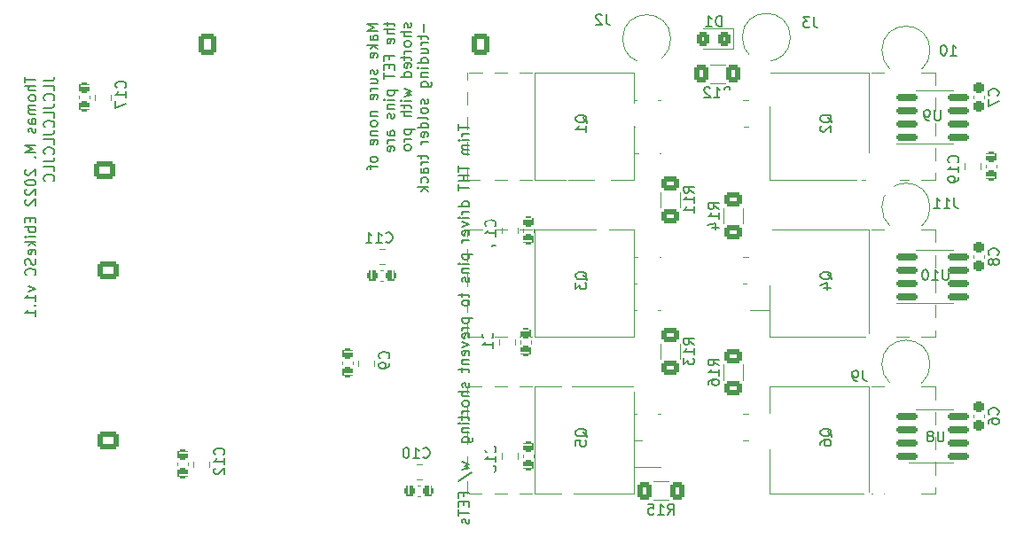
<source format=gbo>
G04 #@! TF.GenerationSoftware,KiCad,Pcbnew,(6.0.7)*
G04 #@! TF.CreationDate,2022-11-24T14:56:22+11:00*
G04 #@! TF.ProjectId,epic esc with regen,65706963-2065-4736-9320-776974682072,rev?*
G04 #@! TF.SameCoordinates,Original*
G04 #@! TF.FileFunction,Legend,Bot*
G04 #@! TF.FilePolarity,Positive*
%FSLAX46Y46*%
G04 Gerber Fmt 4.6, Leading zero omitted, Abs format (unit mm)*
G04 Created by KiCad (PCBNEW (6.0.7)) date 2022-11-24 14:56:22*
%MOMM*%
%LPD*%
G01*
G04 APERTURE LIST*
G04 Aperture macros list*
%AMRoundRect*
0 Rectangle with rounded corners*
0 $1 Rounding radius*
0 $2 $3 $4 $5 $6 $7 $8 $9 X,Y pos of 4 corners*
0 Add a 4 corners polygon primitive as box body*
4,1,4,$2,$3,$4,$5,$6,$7,$8,$9,$2,$3,0*
0 Add four circle primitives for the rounded corners*
1,1,$1+$1,$2,$3*
1,1,$1+$1,$4,$5*
1,1,$1+$1,$6,$7*
1,1,$1+$1,$8,$9*
0 Add four rect primitives between the rounded corners*
20,1,$1+$1,$2,$3,$4,$5,0*
20,1,$1+$1,$4,$5,$6,$7,0*
20,1,$1+$1,$6,$7,$8,$9,0*
20,1,$1+$1,$8,$9,$2,$3,0*%
%AMFreePoly0*
4,1,13,0.080902,2.058779,0.100000,2.000000,0.100000,0.725000,0.587500,0.725000,0.587500,-0.725000,-0.587500,-0.725000,-0.587500,0.725000,-0.100000,0.725000,-0.100000,2.000000,-0.080902,2.058779,-0.030902,2.095106,0.030902,2.095106,0.080902,2.058779,0.080902,2.058779,$1*%
G04 Aperture macros list end*
%ADD10C,0.150000*%
%ADD11C,0.120000*%
%ADD12C,2.000000*%
%ADD13RoundRect,0.237500X-0.237500X0.300000X-0.237500X-0.300000X0.237500X-0.300000X0.237500X0.300000X0*%
%ADD14FreePoly0,270.000000*%
%ADD15RoundRect,0.237500X0.237500X-0.300000X0.237500X0.300000X-0.237500X0.300000X-0.237500X-0.300000X0*%
%ADD16FreePoly0,90.000000*%
%ADD17RoundRect,0.237500X0.300000X0.237500X-0.300000X0.237500X-0.300000X-0.237500X0.300000X-0.237500X0*%
%ADD18FreePoly0,180.000000*%
%ADD19C,1.600000*%
%ADD20RoundRect,0.250000X-0.750000X0.600000X-0.750000X-0.600000X0.750000X-0.600000X0.750000X0.600000X0*%
%ADD21O,2.000000X1.700000*%
%ADD22R,1.318000X1.318000*%
%ADD23C,1.318000*%
%ADD24RoundRect,0.250000X-0.725000X0.600000X-0.725000X-0.600000X0.725000X-0.600000X0.725000X0.600000X0*%
%ADD25O,1.950000X1.700000*%
%ADD26C,1.879600*%
%ADD27C,3.200000*%
%ADD28R,2.000000X2.000000*%
%ADD29O,2.000000X2.000000*%
%ADD30C,2.000000*%
%ADD31C,1.400000*%
%ADD32O,1.400000X1.400000*%
%ADD33R,1.600000X1.600000*%
%ADD34RoundRect,0.250000X0.600000X0.750000X-0.600000X0.750000X-0.600000X-0.750000X0.600000X-0.750000X0*%
%ADD35O,1.700000X2.000000*%
%ADD36RoundRect,0.250000X-0.600000X-0.725000X0.600000X-0.725000X0.600000X0.725000X-0.600000X0.725000X0*%
%ADD37O,1.700000X1.950000*%
%ADD38RoundRect,0.250000X0.325000X0.450000X-0.325000X0.450000X-0.325000X-0.450000X0.325000X-0.450000X0*%
%ADD39R,2.000000X1.905000*%
%ADD40O,2.000000X1.905000*%
%ADD41RoundRect,0.150000X-0.825000X-0.150000X0.825000X-0.150000X0.825000X0.150000X-0.825000X0.150000X0*%
%ADD42C,4.000000*%
%ADD43RoundRect,0.250000X-0.625000X0.400000X-0.625000X-0.400000X0.625000X-0.400000X0.625000X0.400000X0*%
%ADD44RoundRect,0.250000X-0.400000X-0.625000X0.400000X-0.625000X0.400000X0.625000X-0.400000X0.625000X0*%
%ADD45RoundRect,0.250000X0.625000X-0.400000X0.625000X0.400000X-0.625000X0.400000X-0.625000X-0.400000X0*%
G04 APERTURE END LIST*
D10*
X87844380Y-67008952D02*
X88558666Y-67008952D01*
X88701523Y-66961333D01*
X88796761Y-66866095D01*
X88844380Y-66723238D01*
X88844380Y-66628000D01*
X88844380Y-67961333D02*
X88844380Y-67485142D01*
X87844380Y-67485142D01*
X88749142Y-68866095D02*
X88796761Y-68818476D01*
X88844380Y-68675619D01*
X88844380Y-68580380D01*
X88796761Y-68437523D01*
X88701523Y-68342285D01*
X88606285Y-68294666D01*
X88415809Y-68247047D01*
X88272952Y-68247047D01*
X88082476Y-68294666D01*
X87987238Y-68342285D01*
X87892000Y-68437523D01*
X87844380Y-68580380D01*
X87844380Y-68675619D01*
X87892000Y-68818476D01*
X87939619Y-68866095D01*
X87844380Y-69580380D02*
X88558666Y-69580380D01*
X88701523Y-69532761D01*
X88796761Y-69437523D01*
X88844380Y-69294666D01*
X88844380Y-69199428D01*
X88844380Y-70532761D02*
X88844380Y-70056571D01*
X87844380Y-70056571D01*
X88749142Y-71437523D02*
X88796761Y-71389904D01*
X88844380Y-71247047D01*
X88844380Y-71151809D01*
X88796761Y-71008952D01*
X88701523Y-70913714D01*
X88606285Y-70866095D01*
X88415809Y-70818476D01*
X88272952Y-70818476D01*
X88082476Y-70866095D01*
X87987238Y-70913714D01*
X87892000Y-71008952D01*
X87844380Y-71151809D01*
X87844380Y-71247047D01*
X87892000Y-71389904D01*
X87939619Y-71437523D01*
X87844380Y-72151809D02*
X88558666Y-72151809D01*
X88701523Y-72104190D01*
X88796761Y-72008952D01*
X88844380Y-71866095D01*
X88844380Y-71770857D01*
X88844380Y-73104190D02*
X88844380Y-72628000D01*
X87844380Y-72628000D01*
X88749142Y-74008952D02*
X88796761Y-73961333D01*
X88844380Y-73818476D01*
X88844380Y-73723238D01*
X88796761Y-73580380D01*
X88701523Y-73485142D01*
X88606285Y-73437523D01*
X88415809Y-73389904D01*
X88272952Y-73389904D01*
X88082476Y-73437523D01*
X87987238Y-73485142D01*
X87892000Y-73580380D01*
X87844380Y-73723238D01*
X87844380Y-73818476D01*
X87892000Y-73961333D01*
X87939619Y-74008952D01*
X87844380Y-74723238D02*
X88558666Y-74723238D01*
X88701523Y-74675619D01*
X88796761Y-74580380D01*
X88844380Y-74437523D01*
X88844380Y-74342285D01*
X88844380Y-75675619D02*
X88844380Y-75199428D01*
X87844380Y-75199428D01*
X88749142Y-76580380D02*
X88796761Y-76532761D01*
X88844380Y-76389904D01*
X88844380Y-76294666D01*
X88796761Y-76151809D01*
X88701523Y-76056571D01*
X88606285Y-76008952D01*
X88415809Y-75961333D01*
X88272952Y-75961333D01*
X88082476Y-76008952D01*
X87987238Y-76056571D01*
X87892000Y-76151809D01*
X87844380Y-76294666D01*
X87844380Y-76389904D01*
X87892000Y-76532761D01*
X87939619Y-76580380D01*
X86066380Y-66628857D02*
X86066380Y-67200285D01*
X87066380Y-66914571D02*
X86066380Y-66914571D01*
X87066380Y-67533619D02*
X86066380Y-67533619D01*
X87066380Y-67962190D02*
X86542571Y-67962190D01*
X86447333Y-67914571D01*
X86399714Y-67819333D01*
X86399714Y-67676476D01*
X86447333Y-67581238D01*
X86494952Y-67533619D01*
X87066380Y-68581238D02*
X87018761Y-68486000D01*
X86971142Y-68438380D01*
X86875904Y-68390761D01*
X86590190Y-68390761D01*
X86494952Y-68438380D01*
X86447333Y-68486000D01*
X86399714Y-68581238D01*
X86399714Y-68724095D01*
X86447333Y-68819333D01*
X86494952Y-68866952D01*
X86590190Y-68914571D01*
X86875904Y-68914571D01*
X86971142Y-68866952D01*
X87018761Y-68819333D01*
X87066380Y-68724095D01*
X87066380Y-68581238D01*
X87066380Y-69343142D02*
X86399714Y-69343142D01*
X86494952Y-69343142D02*
X86447333Y-69390761D01*
X86399714Y-69486000D01*
X86399714Y-69628857D01*
X86447333Y-69724095D01*
X86542571Y-69771714D01*
X87066380Y-69771714D01*
X86542571Y-69771714D02*
X86447333Y-69819333D01*
X86399714Y-69914571D01*
X86399714Y-70057428D01*
X86447333Y-70152666D01*
X86542571Y-70200285D01*
X87066380Y-70200285D01*
X87066380Y-71105047D02*
X86542571Y-71105047D01*
X86447333Y-71057428D01*
X86399714Y-70962190D01*
X86399714Y-70771714D01*
X86447333Y-70676476D01*
X87018761Y-71105047D02*
X87066380Y-71009809D01*
X87066380Y-70771714D01*
X87018761Y-70676476D01*
X86923523Y-70628857D01*
X86828285Y-70628857D01*
X86733047Y-70676476D01*
X86685428Y-70771714D01*
X86685428Y-71009809D01*
X86637809Y-71105047D01*
X87018761Y-71533619D02*
X87066380Y-71628857D01*
X87066380Y-71819333D01*
X87018761Y-71914571D01*
X86923523Y-71962190D01*
X86875904Y-71962190D01*
X86780666Y-71914571D01*
X86733047Y-71819333D01*
X86733047Y-71676476D01*
X86685428Y-71581238D01*
X86590190Y-71533619D01*
X86542571Y-71533619D01*
X86447333Y-71581238D01*
X86399714Y-71676476D01*
X86399714Y-71819333D01*
X86447333Y-71914571D01*
X87066380Y-73152666D02*
X86066380Y-73152666D01*
X86780666Y-73486000D01*
X86066380Y-73819333D01*
X87066380Y-73819333D01*
X86971142Y-74295523D02*
X87018761Y-74343142D01*
X87066380Y-74295523D01*
X87018761Y-74247904D01*
X86971142Y-74295523D01*
X87066380Y-74295523D01*
X86161619Y-75485999D02*
X86114000Y-75533619D01*
X86066380Y-75628857D01*
X86066380Y-75866952D01*
X86114000Y-75962190D01*
X86161619Y-76009809D01*
X86256857Y-76057428D01*
X86352095Y-76057428D01*
X86494952Y-76009809D01*
X87066380Y-75438380D01*
X87066380Y-76057428D01*
X86066380Y-76676476D02*
X86066380Y-76771714D01*
X86114000Y-76866952D01*
X86161619Y-76914571D01*
X86256857Y-76962190D01*
X86447333Y-77009809D01*
X86685428Y-77009809D01*
X86875904Y-76962190D01*
X86971142Y-76914571D01*
X87018761Y-76866952D01*
X87066380Y-76771714D01*
X87066380Y-76676476D01*
X87018761Y-76581238D01*
X86971142Y-76533619D01*
X86875904Y-76485999D01*
X86685428Y-76438380D01*
X86447333Y-76438380D01*
X86256857Y-76485999D01*
X86161619Y-76533619D01*
X86114000Y-76581238D01*
X86066380Y-76676476D01*
X86161619Y-77390761D02*
X86114000Y-77438380D01*
X86066380Y-77533619D01*
X86066380Y-77771714D01*
X86114000Y-77866952D01*
X86161619Y-77914571D01*
X86256857Y-77962190D01*
X86352095Y-77962190D01*
X86494952Y-77914571D01*
X87066380Y-77343142D01*
X87066380Y-77962190D01*
X86161619Y-78343142D02*
X86114000Y-78390761D01*
X86066380Y-78485999D01*
X86066380Y-78724095D01*
X86114000Y-78819333D01*
X86161619Y-78866952D01*
X86256857Y-78914571D01*
X86352095Y-78914571D01*
X86494952Y-78866952D01*
X87066380Y-78295523D01*
X87066380Y-78914571D01*
X86542571Y-80105047D02*
X86542571Y-80438380D01*
X87066380Y-80581238D02*
X87066380Y-80105047D01*
X86066380Y-80105047D01*
X86066380Y-80581238D01*
X87066380Y-81009809D02*
X86066380Y-81009809D01*
X86447333Y-81009809D02*
X86399714Y-81105047D01*
X86399714Y-81295523D01*
X86447333Y-81390761D01*
X86494952Y-81438380D01*
X86590190Y-81485999D01*
X86875904Y-81485999D01*
X86971142Y-81438380D01*
X87018761Y-81390761D01*
X87066380Y-81295523D01*
X87066380Y-81105047D01*
X87018761Y-81009809D01*
X87066380Y-81914571D02*
X86399714Y-81914571D01*
X86066380Y-81914571D02*
X86114000Y-81866952D01*
X86161619Y-81914571D01*
X86114000Y-81962190D01*
X86066380Y-81914571D01*
X86161619Y-81914571D01*
X87066380Y-82390761D02*
X86066380Y-82390761D01*
X86685428Y-82485999D02*
X87066380Y-82771714D01*
X86399714Y-82771714D02*
X86780666Y-82390761D01*
X87018761Y-83581238D02*
X87066380Y-83485999D01*
X87066380Y-83295523D01*
X87018761Y-83200285D01*
X86923523Y-83152666D01*
X86542571Y-83152666D01*
X86447333Y-83200285D01*
X86399714Y-83295523D01*
X86399714Y-83485999D01*
X86447333Y-83581238D01*
X86542571Y-83628857D01*
X86637809Y-83628857D01*
X86733047Y-83152666D01*
X87018761Y-84009809D02*
X87066380Y-84152666D01*
X87066380Y-84390761D01*
X87018761Y-84485999D01*
X86971142Y-84533619D01*
X86875904Y-84581238D01*
X86780666Y-84581238D01*
X86685428Y-84533619D01*
X86637809Y-84485999D01*
X86590190Y-84390761D01*
X86542571Y-84200285D01*
X86494952Y-84105047D01*
X86447333Y-84057428D01*
X86352095Y-84009809D01*
X86256857Y-84009809D01*
X86161619Y-84057428D01*
X86114000Y-84105047D01*
X86066380Y-84200285D01*
X86066380Y-84438380D01*
X86114000Y-84581238D01*
X86971142Y-85581238D02*
X87018761Y-85533619D01*
X87066380Y-85390761D01*
X87066380Y-85295523D01*
X87018761Y-85152666D01*
X86923523Y-85057428D01*
X86828285Y-85009809D01*
X86637809Y-84962190D01*
X86494952Y-84962190D01*
X86304476Y-85009809D01*
X86209238Y-85057428D01*
X86114000Y-85152666D01*
X86066380Y-85295523D01*
X86066380Y-85390761D01*
X86114000Y-85533619D01*
X86161619Y-85581238D01*
X86399714Y-86676476D02*
X87066380Y-86914571D01*
X86399714Y-87152666D01*
X87066380Y-88057428D02*
X87066380Y-87485999D01*
X87066380Y-87771714D02*
X86066380Y-87771714D01*
X86209238Y-87676476D01*
X86304476Y-87581238D01*
X86352095Y-87485999D01*
X86971142Y-88485999D02*
X87018761Y-88533619D01*
X87066380Y-88485999D01*
X87018761Y-88438380D01*
X86971142Y-88485999D01*
X87066380Y-88485999D01*
X87066380Y-89485999D02*
X87066380Y-88914571D01*
X87066380Y-89200285D02*
X86066380Y-89200285D01*
X86209238Y-89105047D01*
X86304476Y-89009809D01*
X86352095Y-88914571D01*
X127468380Y-71160952D02*
X127468380Y-71732380D01*
X128468380Y-71446666D02*
X127468380Y-71446666D01*
X128468380Y-72065714D02*
X127801714Y-72065714D01*
X127992190Y-72065714D02*
X127896952Y-72113333D01*
X127849333Y-72160952D01*
X127801714Y-72256190D01*
X127801714Y-72351428D01*
X128468380Y-72684761D02*
X127801714Y-72684761D01*
X127468380Y-72684761D02*
X127516000Y-72637142D01*
X127563619Y-72684761D01*
X127516000Y-72732380D01*
X127468380Y-72684761D01*
X127563619Y-72684761D01*
X128468380Y-73160952D02*
X127801714Y-73160952D01*
X127896952Y-73160952D02*
X127849333Y-73208571D01*
X127801714Y-73303809D01*
X127801714Y-73446666D01*
X127849333Y-73541904D01*
X127944571Y-73589523D01*
X128468380Y-73589523D01*
X127944571Y-73589523D02*
X127849333Y-73637142D01*
X127801714Y-73732380D01*
X127801714Y-73875238D01*
X127849333Y-73970476D01*
X127944571Y-74018095D01*
X128468380Y-74018095D01*
X127468380Y-75113333D02*
X127468380Y-75684761D01*
X128468380Y-75399047D02*
X127468380Y-75399047D01*
X128468380Y-76018095D02*
X127468380Y-76018095D01*
X127944571Y-76018095D02*
X127944571Y-76589523D01*
X128468380Y-76589523D02*
X127468380Y-76589523D01*
X127468380Y-76922857D02*
X127468380Y-77494285D01*
X128468380Y-77208571D02*
X127468380Y-77208571D01*
X128468380Y-79018095D02*
X127468380Y-79018095D01*
X128420761Y-79018095D02*
X128468380Y-78922857D01*
X128468380Y-78732380D01*
X128420761Y-78637142D01*
X128373142Y-78589523D01*
X128277904Y-78541904D01*
X127992190Y-78541904D01*
X127896952Y-78589523D01*
X127849333Y-78637142D01*
X127801714Y-78732380D01*
X127801714Y-78922857D01*
X127849333Y-79018095D01*
X128468380Y-79494285D02*
X127801714Y-79494285D01*
X127992190Y-79494285D02*
X127896952Y-79541904D01*
X127849333Y-79589523D01*
X127801714Y-79684761D01*
X127801714Y-79780000D01*
X128468380Y-80113333D02*
X127801714Y-80113333D01*
X127468380Y-80113333D02*
X127516000Y-80065714D01*
X127563619Y-80113333D01*
X127516000Y-80160952D01*
X127468380Y-80113333D01*
X127563619Y-80113333D01*
X127801714Y-80494285D02*
X128468380Y-80732380D01*
X127801714Y-80970476D01*
X128420761Y-81732380D02*
X128468380Y-81637142D01*
X128468380Y-81446666D01*
X128420761Y-81351428D01*
X128325523Y-81303809D01*
X127944571Y-81303809D01*
X127849333Y-81351428D01*
X127801714Y-81446666D01*
X127801714Y-81637142D01*
X127849333Y-81732380D01*
X127944571Y-81780000D01*
X128039809Y-81780000D01*
X128135047Y-81303809D01*
X128468380Y-82208571D02*
X127801714Y-82208571D01*
X127992190Y-82208571D02*
X127896952Y-82256190D01*
X127849333Y-82303809D01*
X127801714Y-82399047D01*
X127801714Y-82494285D01*
X127801714Y-83589523D02*
X128801714Y-83589523D01*
X127849333Y-83589523D02*
X127801714Y-83684761D01*
X127801714Y-83875238D01*
X127849333Y-83970476D01*
X127896952Y-84018095D01*
X127992190Y-84065714D01*
X128277904Y-84065714D01*
X128373142Y-84018095D01*
X128420761Y-83970476D01*
X128468380Y-83875238D01*
X128468380Y-83684761D01*
X128420761Y-83589523D01*
X128468380Y-84494285D02*
X127801714Y-84494285D01*
X127468380Y-84494285D02*
X127516000Y-84446666D01*
X127563619Y-84494285D01*
X127516000Y-84541904D01*
X127468380Y-84494285D01*
X127563619Y-84494285D01*
X127801714Y-84970476D02*
X128468380Y-84970476D01*
X127896952Y-84970476D02*
X127849333Y-85018095D01*
X127801714Y-85113333D01*
X127801714Y-85256190D01*
X127849333Y-85351428D01*
X127944571Y-85399047D01*
X128468380Y-85399047D01*
X128420761Y-85827619D02*
X128468380Y-85922857D01*
X128468380Y-86113333D01*
X128420761Y-86208571D01*
X128325523Y-86256190D01*
X128277904Y-86256190D01*
X128182666Y-86208571D01*
X128135047Y-86113333D01*
X128135047Y-85970476D01*
X128087428Y-85875238D01*
X127992190Y-85827619D01*
X127944571Y-85827619D01*
X127849333Y-85875238D01*
X127801714Y-85970476D01*
X127801714Y-86113333D01*
X127849333Y-86208571D01*
X127801714Y-87303809D02*
X127801714Y-87684761D01*
X127468380Y-87446666D02*
X128325523Y-87446666D01*
X128420761Y-87494285D01*
X128468380Y-87589523D01*
X128468380Y-87684761D01*
X128468380Y-88160952D02*
X128420761Y-88065714D01*
X128373142Y-88018095D01*
X128277904Y-87970476D01*
X127992190Y-87970476D01*
X127896952Y-88018095D01*
X127849333Y-88065714D01*
X127801714Y-88160952D01*
X127801714Y-88303809D01*
X127849333Y-88399047D01*
X127896952Y-88446666D01*
X127992190Y-88494285D01*
X128277904Y-88494285D01*
X128373142Y-88446666D01*
X128420761Y-88399047D01*
X128468380Y-88303809D01*
X128468380Y-88160952D01*
X127801714Y-89684761D02*
X128801714Y-89684761D01*
X127849333Y-89684761D02*
X127801714Y-89780000D01*
X127801714Y-89970476D01*
X127849333Y-90065714D01*
X127896952Y-90113333D01*
X127992190Y-90160952D01*
X128277904Y-90160952D01*
X128373142Y-90113333D01*
X128420761Y-90065714D01*
X128468380Y-89970476D01*
X128468380Y-89780000D01*
X128420761Y-89684761D01*
X128468380Y-90589523D02*
X127801714Y-90589523D01*
X127992190Y-90589523D02*
X127896952Y-90637142D01*
X127849333Y-90684761D01*
X127801714Y-90780000D01*
X127801714Y-90875238D01*
X128420761Y-91589523D02*
X128468380Y-91494285D01*
X128468380Y-91303809D01*
X128420761Y-91208571D01*
X128325523Y-91160952D01*
X127944571Y-91160952D01*
X127849333Y-91208571D01*
X127801714Y-91303809D01*
X127801714Y-91494285D01*
X127849333Y-91589523D01*
X127944571Y-91637142D01*
X128039809Y-91637142D01*
X128135047Y-91160952D01*
X127801714Y-91970476D02*
X128468380Y-92208571D01*
X127801714Y-92446666D01*
X128420761Y-93208571D02*
X128468380Y-93113333D01*
X128468380Y-92922857D01*
X128420761Y-92827619D01*
X128325523Y-92780000D01*
X127944571Y-92780000D01*
X127849333Y-92827619D01*
X127801714Y-92922857D01*
X127801714Y-93113333D01*
X127849333Y-93208571D01*
X127944571Y-93256190D01*
X128039809Y-93256190D01*
X128135047Y-92780000D01*
X127801714Y-93684761D02*
X128468380Y-93684761D01*
X127896952Y-93684761D02*
X127849333Y-93732380D01*
X127801714Y-93827619D01*
X127801714Y-93970476D01*
X127849333Y-94065714D01*
X127944571Y-94113333D01*
X128468380Y-94113333D01*
X127801714Y-94446666D02*
X127801714Y-94827619D01*
X127468380Y-94589523D02*
X128325523Y-94589523D01*
X128420761Y-94637142D01*
X128468380Y-94732380D01*
X128468380Y-94827619D01*
X128420761Y-95875238D02*
X128468380Y-95970476D01*
X128468380Y-96160952D01*
X128420761Y-96256190D01*
X128325523Y-96303809D01*
X128277904Y-96303809D01*
X128182666Y-96256190D01*
X128135047Y-96160952D01*
X128135047Y-96018095D01*
X128087428Y-95922857D01*
X127992190Y-95875238D01*
X127944571Y-95875238D01*
X127849333Y-95922857D01*
X127801714Y-96018095D01*
X127801714Y-96160952D01*
X127849333Y-96256190D01*
X128468380Y-96732380D02*
X127468380Y-96732380D01*
X128468380Y-97160952D02*
X127944571Y-97160952D01*
X127849333Y-97113333D01*
X127801714Y-97018095D01*
X127801714Y-96875238D01*
X127849333Y-96779999D01*
X127896952Y-96732380D01*
X128468380Y-97779999D02*
X128420761Y-97684761D01*
X128373142Y-97637142D01*
X128277904Y-97589523D01*
X127992190Y-97589523D01*
X127896952Y-97637142D01*
X127849333Y-97684761D01*
X127801714Y-97779999D01*
X127801714Y-97922857D01*
X127849333Y-98018095D01*
X127896952Y-98065714D01*
X127992190Y-98113333D01*
X128277904Y-98113333D01*
X128373142Y-98065714D01*
X128420761Y-98018095D01*
X128468380Y-97922857D01*
X128468380Y-97779999D01*
X128468380Y-98541904D02*
X127801714Y-98541904D01*
X127992190Y-98541904D02*
X127896952Y-98589523D01*
X127849333Y-98637142D01*
X127801714Y-98732380D01*
X127801714Y-98827619D01*
X127801714Y-99018095D02*
X127801714Y-99399047D01*
X127468380Y-99160952D02*
X128325523Y-99160952D01*
X128420761Y-99208571D01*
X128468380Y-99303809D01*
X128468380Y-99399047D01*
X128468380Y-99732380D02*
X127801714Y-99732380D01*
X127468380Y-99732380D02*
X127516000Y-99684761D01*
X127563619Y-99732380D01*
X127516000Y-99779999D01*
X127468380Y-99732380D01*
X127563619Y-99732380D01*
X127801714Y-100208571D02*
X128468380Y-100208571D01*
X127896952Y-100208571D02*
X127849333Y-100256190D01*
X127801714Y-100351428D01*
X127801714Y-100494285D01*
X127849333Y-100589523D01*
X127944571Y-100637142D01*
X128468380Y-100637142D01*
X127801714Y-101541904D02*
X128611238Y-101541904D01*
X128706476Y-101494285D01*
X128754095Y-101446666D01*
X128801714Y-101351428D01*
X128801714Y-101208571D01*
X128754095Y-101113333D01*
X128420761Y-101541904D02*
X128468380Y-101446666D01*
X128468380Y-101256190D01*
X128420761Y-101160952D01*
X128373142Y-101113333D01*
X128277904Y-101065714D01*
X127992190Y-101065714D01*
X127896952Y-101113333D01*
X127849333Y-101160952D01*
X127801714Y-101256190D01*
X127801714Y-101446666D01*
X127849333Y-101541904D01*
X127801714Y-103446666D02*
X128468380Y-103637142D01*
X127992190Y-103827619D01*
X128468380Y-104018095D01*
X127801714Y-104208571D01*
X127420761Y-105303809D02*
X128706476Y-104446666D01*
X127944571Y-106732380D02*
X127944571Y-106399047D01*
X128468380Y-106399047D02*
X127468380Y-106399047D01*
X127468380Y-106875238D01*
X127944571Y-107256190D02*
X127944571Y-107589523D01*
X128468380Y-107732380D02*
X128468380Y-107256190D01*
X127468380Y-107256190D01*
X127468380Y-107732380D01*
X127468380Y-108018095D02*
X127468380Y-108589523D01*
X128468380Y-108303809D02*
X127468380Y-108303809D01*
X128420761Y-108875238D02*
X128468380Y-108970476D01*
X128468380Y-109160952D01*
X128420761Y-109256190D01*
X128325523Y-109303809D01*
X128277904Y-109303809D01*
X128182666Y-109256190D01*
X128135047Y-109160952D01*
X128135047Y-109018095D01*
X128087428Y-108922857D01*
X127992190Y-108875238D01*
X127944571Y-108875238D01*
X127849333Y-108922857D01*
X127801714Y-109018095D01*
X127801714Y-109160952D01*
X127849333Y-109256190D01*
X119703380Y-61549595D02*
X118703380Y-61549595D01*
X119417666Y-61882928D01*
X118703380Y-62216261D01*
X119703380Y-62216261D01*
X119703380Y-63121023D02*
X119179571Y-63121023D01*
X119084333Y-63073404D01*
X119036714Y-62978166D01*
X119036714Y-62787690D01*
X119084333Y-62692452D01*
X119655761Y-63121023D02*
X119703380Y-63025785D01*
X119703380Y-62787690D01*
X119655761Y-62692452D01*
X119560523Y-62644833D01*
X119465285Y-62644833D01*
X119370047Y-62692452D01*
X119322428Y-62787690D01*
X119322428Y-63025785D01*
X119274809Y-63121023D01*
X119703380Y-63597214D02*
X118703380Y-63597214D01*
X119322428Y-63692452D02*
X119703380Y-63978166D01*
X119036714Y-63978166D02*
X119417666Y-63597214D01*
X119655761Y-64787690D02*
X119703380Y-64692452D01*
X119703380Y-64501976D01*
X119655761Y-64406738D01*
X119560523Y-64359119D01*
X119179571Y-64359119D01*
X119084333Y-64406738D01*
X119036714Y-64501976D01*
X119036714Y-64692452D01*
X119084333Y-64787690D01*
X119179571Y-64835309D01*
X119274809Y-64835309D01*
X119370047Y-64359119D01*
X119655761Y-65978166D02*
X119703380Y-66073404D01*
X119703380Y-66263880D01*
X119655761Y-66359119D01*
X119560523Y-66406738D01*
X119512904Y-66406738D01*
X119417666Y-66359119D01*
X119370047Y-66263880D01*
X119370047Y-66121023D01*
X119322428Y-66025785D01*
X119227190Y-65978166D01*
X119179571Y-65978166D01*
X119084333Y-66025785D01*
X119036714Y-66121023D01*
X119036714Y-66263880D01*
X119084333Y-66359119D01*
X119036714Y-67263880D02*
X119703380Y-67263880D01*
X119036714Y-66835309D02*
X119560523Y-66835309D01*
X119655761Y-66882928D01*
X119703380Y-66978166D01*
X119703380Y-67121023D01*
X119655761Y-67216261D01*
X119608142Y-67263880D01*
X119703380Y-67740071D02*
X119036714Y-67740071D01*
X119227190Y-67740071D02*
X119131952Y-67787690D01*
X119084333Y-67835309D01*
X119036714Y-67930547D01*
X119036714Y-68025785D01*
X119655761Y-68740071D02*
X119703380Y-68644833D01*
X119703380Y-68454357D01*
X119655761Y-68359119D01*
X119560523Y-68311500D01*
X119179571Y-68311500D01*
X119084333Y-68359119D01*
X119036714Y-68454357D01*
X119036714Y-68644833D01*
X119084333Y-68740071D01*
X119179571Y-68787690D01*
X119274809Y-68787690D01*
X119370047Y-68311500D01*
X119036714Y-69978166D02*
X119703380Y-69978166D01*
X119131952Y-69978166D02*
X119084333Y-70025785D01*
X119036714Y-70121023D01*
X119036714Y-70263880D01*
X119084333Y-70359119D01*
X119179571Y-70406738D01*
X119703380Y-70406738D01*
X119703380Y-71025785D02*
X119655761Y-70930547D01*
X119608142Y-70882928D01*
X119512904Y-70835309D01*
X119227190Y-70835309D01*
X119131952Y-70882928D01*
X119084333Y-70930547D01*
X119036714Y-71025785D01*
X119036714Y-71168642D01*
X119084333Y-71263880D01*
X119131952Y-71311500D01*
X119227190Y-71359119D01*
X119512904Y-71359119D01*
X119608142Y-71311500D01*
X119655761Y-71263880D01*
X119703380Y-71168642D01*
X119703380Y-71025785D01*
X119036714Y-71787690D02*
X119703380Y-71787690D01*
X119131952Y-71787690D02*
X119084333Y-71835309D01*
X119036714Y-71930547D01*
X119036714Y-72073404D01*
X119084333Y-72168642D01*
X119179571Y-72216261D01*
X119703380Y-72216261D01*
X119655761Y-73073404D02*
X119703380Y-72978166D01*
X119703380Y-72787690D01*
X119655761Y-72692452D01*
X119560523Y-72644833D01*
X119179571Y-72644833D01*
X119084333Y-72692452D01*
X119036714Y-72787690D01*
X119036714Y-72978166D01*
X119084333Y-73073404D01*
X119179571Y-73121023D01*
X119274809Y-73121023D01*
X119370047Y-72644833D01*
X119703380Y-74454357D02*
X119655761Y-74359119D01*
X119608142Y-74311500D01*
X119512904Y-74263880D01*
X119227190Y-74263880D01*
X119131952Y-74311500D01*
X119084333Y-74359119D01*
X119036714Y-74454357D01*
X119036714Y-74597214D01*
X119084333Y-74692452D01*
X119131952Y-74740071D01*
X119227190Y-74787690D01*
X119512904Y-74787690D01*
X119608142Y-74740071D01*
X119655761Y-74692452D01*
X119703380Y-74597214D01*
X119703380Y-74454357D01*
X119036714Y-75073404D02*
X119036714Y-75454357D01*
X119703380Y-75216261D02*
X118846238Y-75216261D01*
X118751000Y-75263880D01*
X118703380Y-75359119D01*
X118703380Y-75454357D01*
X120646714Y-61406738D02*
X120646714Y-61787690D01*
X120313380Y-61549595D02*
X121170523Y-61549595D01*
X121265761Y-61597214D01*
X121313380Y-61692452D01*
X121313380Y-61787690D01*
X121313380Y-62121023D02*
X120313380Y-62121023D01*
X121313380Y-62549595D02*
X120789571Y-62549595D01*
X120694333Y-62501976D01*
X120646714Y-62406738D01*
X120646714Y-62263880D01*
X120694333Y-62168642D01*
X120741952Y-62121023D01*
X121265761Y-63406738D02*
X121313380Y-63311500D01*
X121313380Y-63121023D01*
X121265761Y-63025785D01*
X121170523Y-62978166D01*
X120789571Y-62978166D01*
X120694333Y-63025785D01*
X120646714Y-63121023D01*
X120646714Y-63311500D01*
X120694333Y-63406738D01*
X120789571Y-63454357D01*
X120884809Y-63454357D01*
X120980047Y-62978166D01*
X120789571Y-64978166D02*
X120789571Y-64644833D01*
X121313380Y-64644833D02*
X120313380Y-64644833D01*
X120313380Y-65121023D01*
X120789571Y-65501976D02*
X120789571Y-65835309D01*
X121313380Y-65978166D02*
X121313380Y-65501976D01*
X120313380Y-65501976D01*
X120313380Y-65978166D01*
X120313380Y-66263880D02*
X120313380Y-66835309D01*
X121313380Y-66549595D02*
X120313380Y-66549595D01*
X120646714Y-67930547D02*
X121646714Y-67930547D01*
X120694333Y-67930547D02*
X120646714Y-68025785D01*
X120646714Y-68216261D01*
X120694333Y-68311500D01*
X120741952Y-68359119D01*
X120837190Y-68406738D01*
X121122904Y-68406738D01*
X121218142Y-68359119D01*
X121265761Y-68311500D01*
X121313380Y-68216261D01*
X121313380Y-68025785D01*
X121265761Y-67930547D01*
X121313380Y-68835309D02*
X120646714Y-68835309D01*
X120313380Y-68835309D02*
X120361000Y-68787690D01*
X120408619Y-68835309D01*
X120361000Y-68882928D01*
X120313380Y-68835309D01*
X120408619Y-68835309D01*
X120646714Y-69311499D02*
X121313380Y-69311499D01*
X120741952Y-69311499D02*
X120694333Y-69359119D01*
X120646714Y-69454357D01*
X120646714Y-69597214D01*
X120694333Y-69692452D01*
X120789571Y-69740071D01*
X121313380Y-69740071D01*
X121265761Y-70168642D02*
X121313380Y-70263880D01*
X121313380Y-70454357D01*
X121265761Y-70549595D01*
X121170523Y-70597214D01*
X121122904Y-70597214D01*
X121027666Y-70549595D01*
X120980047Y-70454357D01*
X120980047Y-70311499D01*
X120932428Y-70216261D01*
X120837190Y-70168642D01*
X120789571Y-70168642D01*
X120694333Y-70216261D01*
X120646714Y-70311499D01*
X120646714Y-70454357D01*
X120694333Y-70549595D01*
X121313380Y-72216261D02*
X120789571Y-72216261D01*
X120694333Y-72168642D01*
X120646714Y-72073404D01*
X120646714Y-71882928D01*
X120694333Y-71787690D01*
X121265761Y-72216261D02*
X121313380Y-72121023D01*
X121313380Y-71882928D01*
X121265761Y-71787690D01*
X121170523Y-71740071D01*
X121075285Y-71740071D01*
X120980047Y-71787690D01*
X120932428Y-71882928D01*
X120932428Y-72121023D01*
X120884809Y-72216261D01*
X121313380Y-72692452D02*
X120646714Y-72692452D01*
X120837190Y-72692452D02*
X120741952Y-72740071D01*
X120694333Y-72787690D01*
X120646714Y-72882928D01*
X120646714Y-72978166D01*
X121265761Y-73692452D02*
X121313380Y-73597214D01*
X121313380Y-73406738D01*
X121265761Y-73311499D01*
X121170523Y-73263880D01*
X120789571Y-73263880D01*
X120694333Y-73311499D01*
X120646714Y-73406738D01*
X120646714Y-73597214D01*
X120694333Y-73692452D01*
X120789571Y-73740071D01*
X120884809Y-73740071D01*
X120980047Y-73263880D01*
X122875761Y-61501976D02*
X122923380Y-61597214D01*
X122923380Y-61787690D01*
X122875761Y-61882928D01*
X122780523Y-61930547D01*
X122732904Y-61930547D01*
X122637666Y-61882928D01*
X122590047Y-61787690D01*
X122590047Y-61644833D01*
X122542428Y-61549595D01*
X122447190Y-61501976D01*
X122399571Y-61501976D01*
X122304333Y-61549595D01*
X122256714Y-61644833D01*
X122256714Y-61787690D01*
X122304333Y-61882928D01*
X122923380Y-62359119D02*
X121923380Y-62359119D01*
X122923380Y-62787690D02*
X122399571Y-62787690D01*
X122304333Y-62740071D01*
X122256714Y-62644833D01*
X122256714Y-62501976D01*
X122304333Y-62406738D01*
X122351952Y-62359119D01*
X122923380Y-63406738D02*
X122875761Y-63311500D01*
X122828142Y-63263880D01*
X122732904Y-63216261D01*
X122447190Y-63216261D01*
X122351952Y-63263880D01*
X122304333Y-63311500D01*
X122256714Y-63406738D01*
X122256714Y-63549595D01*
X122304333Y-63644833D01*
X122351952Y-63692452D01*
X122447190Y-63740071D01*
X122732904Y-63740071D01*
X122828142Y-63692452D01*
X122875761Y-63644833D01*
X122923380Y-63549595D01*
X122923380Y-63406738D01*
X122923380Y-64168642D02*
X122256714Y-64168642D01*
X122447190Y-64168642D02*
X122351952Y-64216261D01*
X122304333Y-64263880D01*
X122256714Y-64359119D01*
X122256714Y-64454357D01*
X122256714Y-64644833D02*
X122256714Y-65025785D01*
X121923380Y-64787690D02*
X122780523Y-64787690D01*
X122875761Y-64835309D01*
X122923380Y-64930547D01*
X122923380Y-65025785D01*
X122875761Y-65740071D02*
X122923380Y-65644833D01*
X122923380Y-65454357D01*
X122875761Y-65359119D01*
X122780523Y-65311500D01*
X122399571Y-65311500D01*
X122304333Y-65359119D01*
X122256714Y-65454357D01*
X122256714Y-65644833D01*
X122304333Y-65740071D01*
X122399571Y-65787690D01*
X122494809Y-65787690D01*
X122590047Y-65311500D01*
X122923380Y-66644833D02*
X121923380Y-66644833D01*
X122875761Y-66644833D02*
X122923380Y-66549595D01*
X122923380Y-66359119D01*
X122875761Y-66263880D01*
X122828142Y-66216261D01*
X122732904Y-66168642D01*
X122447190Y-66168642D01*
X122351952Y-66216261D01*
X122304333Y-66263880D01*
X122256714Y-66359119D01*
X122256714Y-66549595D01*
X122304333Y-66644833D01*
X122256714Y-67787690D02*
X122923380Y-67978166D01*
X122447190Y-68168642D01*
X122923380Y-68359119D01*
X122256714Y-68549595D01*
X122923380Y-68930547D02*
X122256714Y-68930547D01*
X121923380Y-68930547D02*
X121971000Y-68882928D01*
X122018619Y-68930547D01*
X121971000Y-68978166D01*
X121923380Y-68930547D01*
X122018619Y-68930547D01*
X122256714Y-69263880D02*
X122256714Y-69644833D01*
X121923380Y-69406738D02*
X122780523Y-69406738D01*
X122875761Y-69454357D01*
X122923380Y-69549595D01*
X122923380Y-69644833D01*
X122923380Y-69978166D02*
X121923380Y-69978166D01*
X122923380Y-70406738D02*
X122399571Y-70406738D01*
X122304333Y-70359119D01*
X122256714Y-70263880D01*
X122256714Y-70121023D01*
X122304333Y-70025785D01*
X122351952Y-69978166D01*
X122256714Y-71644833D02*
X123256714Y-71644833D01*
X122304333Y-71644833D02*
X122256714Y-71740071D01*
X122256714Y-71930547D01*
X122304333Y-72025785D01*
X122351952Y-72073404D01*
X122447190Y-72121023D01*
X122732904Y-72121023D01*
X122828142Y-72073404D01*
X122875761Y-72025785D01*
X122923380Y-71930547D01*
X122923380Y-71740071D01*
X122875761Y-71644833D01*
X122923380Y-72549595D02*
X122256714Y-72549595D01*
X122447190Y-72549595D02*
X122351952Y-72597214D01*
X122304333Y-72644833D01*
X122256714Y-72740071D01*
X122256714Y-72835309D01*
X122923380Y-73311500D02*
X122875761Y-73216261D01*
X122828142Y-73168642D01*
X122732904Y-73121023D01*
X122447190Y-73121023D01*
X122351952Y-73168642D01*
X122304333Y-73216261D01*
X122256714Y-73311500D01*
X122256714Y-73454357D01*
X122304333Y-73549595D01*
X122351952Y-73597214D01*
X122447190Y-73644833D01*
X122732904Y-73644833D01*
X122828142Y-73597214D01*
X122875761Y-73549595D01*
X122923380Y-73454357D01*
X122923380Y-73311500D01*
X124152428Y-61549595D02*
X124152428Y-62311500D01*
X123866714Y-62644833D02*
X123866714Y-63025785D01*
X123533380Y-62787690D02*
X124390523Y-62787690D01*
X124485761Y-62835309D01*
X124533380Y-62930547D01*
X124533380Y-63025785D01*
X124533380Y-63359119D02*
X123866714Y-63359119D01*
X124057190Y-63359119D02*
X123961952Y-63406738D01*
X123914333Y-63454357D01*
X123866714Y-63549595D01*
X123866714Y-63644833D01*
X123866714Y-64406738D02*
X124533380Y-64406738D01*
X123866714Y-63978166D02*
X124390523Y-63978166D01*
X124485761Y-64025785D01*
X124533380Y-64121023D01*
X124533380Y-64263880D01*
X124485761Y-64359119D01*
X124438142Y-64406738D01*
X124533380Y-65311500D02*
X123533380Y-65311500D01*
X124485761Y-65311500D02*
X124533380Y-65216261D01*
X124533380Y-65025785D01*
X124485761Y-64930547D01*
X124438142Y-64882928D01*
X124342904Y-64835309D01*
X124057190Y-64835309D01*
X123961952Y-64882928D01*
X123914333Y-64930547D01*
X123866714Y-65025785D01*
X123866714Y-65216261D01*
X123914333Y-65311500D01*
X124533380Y-65787690D02*
X123866714Y-65787690D01*
X123533380Y-65787690D02*
X123581000Y-65740071D01*
X123628619Y-65787690D01*
X123581000Y-65835309D01*
X123533380Y-65787690D01*
X123628619Y-65787690D01*
X123866714Y-66263880D02*
X124533380Y-66263880D01*
X123961952Y-66263880D02*
X123914333Y-66311500D01*
X123866714Y-66406738D01*
X123866714Y-66549595D01*
X123914333Y-66644833D01*
X124009571Y-66692452D01*
X124533380Y-66692452D01*
X123866714Y-67597214D02*
X124676238Y-67597214D01*
X124771476Y-67549595D01*
X124819095Y-67501976D01*
X124866714Y-67406738D01*
X124866714Y-67263880D01*
X124819095Y-67168642D01*
X124485761Y-67597214D02*
X124533380Y-67501976D01*
X124533380Y-67311500D01*
X124485761Y-67216261D01*
X124438142Y-67168642D01*
X124342904Y-67121023D01*
X124057190Y-67121023D01*
X123961952Y-67168642D01*
X123914333Y-67216261D01*
X123866714Y-67311500D01*
X123866714Y-67501976D01*
X123914333Y-67597214D01*
X124485761Y-68787690D02*
X124533380Y-68882928D01*
X124533380Y-69073404D01*
X124485761Y-69168642D01*
X124390523Y-69216261D01*
X124342904Y-69216261D01*
X124247666Y-69168642D01*
X124200047Y-69073404D01*
X124200047Y-68930547D01*
X124152428Y-68835309D01*
X124057190Y-68787690D01*
X124009571Y-68787690D01*
X123914333Y-68835309D01*
X123866714Y-68930547D01*
X123866714Y-69073404D01*
X123914333Y-69168642D01*
X124533380Y-69787690D02*
X124485761Y-69692452D01*
X124438142Y-69644833D01*
X124342904Y-69597214D01*
X124057190Y-69597214D01*
X123961952Y-69644833D01*
X123914333Y-69692452D01*
X123866714Y-69787690D01*
X123866714Y-69930547D01*
X123914333Y-70025785D01*
X123961952Y-70073404D01*
X124057190Y-70121023D01*
X124342904Y-70121023D01*
X124438142Y-70073404D01*
X124485761Y-70025785D01*
X124533380Y-69930547D01*
X124533380Y-69787690D01*
X124533380Y-70692452D02*
X124485761Y-70597214D01*
X124390523Y-70549595D01*
X123533380Y-70549595D01*
X124533380Y-71501976D02*
X123533380Y-71501976D01*
X124485761Y-71501976D02*
X124533380Y-71406738D01*
X124533380Y-71216261D01*
X124485761Y-71121023D01*
X124438142Y-71073404D01*
X124342904Y-71025785D01*
X124057190Y-71025785D01*
X123961952Y-71073404D01*
X123914333Y-71121023D01*
X123866714Y-71216261D01*
X123866714Y-71406738D01*
X123914333Y-71501976D01*
X124485761Y-72359119D02*
X124533380Y-72263880D01*
X124533380Y-72073404D01*
X124485761Y-71978166D01*
X124390523Y-71930547D01*
X124009571Y-71930547D01*
X123914333Y-71978166D01*
X123866714Y-72073404D01*
X123866714Y-72263880D01*
X123914333Y-72359119D01*
X124009571Y-72406738D01*
X124104809Y-72406738D01*
X124200047Y-71930547D01*
X124533380Y-72835309D02*
X123866714Y-72835309D01*
X124057190Y-72835309D02*
X123961952Y-72882928D01*
X123914333Y-72930547D01*
X123866714Y-73025785D01*
X123866714Y-73121023D01*
X123866714Y-74073404D02*
X123866714Y-74454357D01*
X123533380Y-74216261D02*
X124390523Y-74216261D01*
X124485761Y-74263880D01*
X124533380Y-74359119D01*
X124533380Y-74454357D01*
X124533380Y-74787690D02*
X123866714Y-74787690D01*
X124057190Y-74787690D02*
X123961952Y-74835309D01*
X123914333Y-74882928D01*
X123866714Y-74978166D01*
X123866714Y-75073404D01*
X124533380Y-75835309D02*
X124009571Y-75835309D01*
X123914333Y-75787690D01*
X123866714Y-75692452D01*
X123866714Y-75501976D01*
X123914333Y-75406738D01*
X124485761Y-75835309D02*
X124533380Y-75740071D01*
X124533380Y-75501976D01*
X124485761Y-75406738D01*
X124390523Y-75359119D01*
X124295285Y-75359119D01*
X124200047Y-75406738D01*
X124152428Y-75501976D01*
X124152428Y-75740071D01*
X124104809Y-75835309D01*
X124485761Y-76740071D02*
X124533380Y-76644833D01*
X124533380Y-76454357D01*
X124485761Y-76359119D01*
X124438142Y-76311500D01*
X124342904Y-76263880D01*
X124057190Y-76263880D01*
X123961952Y-76311500D01*
X123914333Y-76359119D01*
X123866714Y-76454357D01*
X123866714Y-76644833D01*
X123914333Y-76740071D01*
X124533380Y-77168642D02*
X123533380Y-77168642D01*
X124152428Y-77263880D02*
X124533380Y-77549595D01*
X123866714Y-77549595D02*
X124247666Y-77168642D01*
X175109142Y-74795142D02*
X175156761Y-74747523D01*
X175204380Y-74604666D01*
X175204380Y-74509428D01*
X175156761Y-74366571D01*
X175061523Y-74271333D01*
X174966285Y-74223714D01*
X174775809Y-74176095D01*
X174632952Y-74176095D01*
X174442476Y-74223714D01*
X174347238Y-74271333D01*
X174252000Y-74366571D01*
X174204380Y-74509428D01*
X174204380Y-74604666D01*
X174252000Y-74747523D01*
X174299619Y-74795142D01*
X175204380Y-75747523D02*
X175204380Y-75176095D01*
X175204380Y-75461809D02*
X174204380Y-75461809D01*
X174347238Y-75366571D01*
X174442476Y-75271333D01*
X174490095Y-75176095D01*
X175204380Y-76223714D02*
X175204380Y-76414190D01*
X175156761Y-76509428D01*
X175109142Y-76557047D01*
X174966285Y-76652285D01*
X174775809Y-76699904D01*
X174394857Y-76699904D01*
X174299619Y-76652285D01*
X174252000Y-76604666D01*
X174204380Y-76509428D01*
X174204380Y-76318952D01*
X174252000Y-76223714D01*
X174299619Y-76176095D01*
X174394857Y-76128476D01*
X174632952Y-76128476D01*
X174728190Y-76176095D01*
X174775809Y-76223714D01*
X174823428Y-76318952D01*
X174823428Y-76509428D01*
X174775809Y-76604666D01*
X174728190Y-76652285D01*
X174632952Y-76699904D01*
X95609142Y-67661642D02*
X95656761Y-67614023D01*
X95704380Y-67471166D01*
X95704380Y-67375928D01*
X95656761Y-67233071D01*
X95561523Y-67137833D01*
X95466285Y-67090214D01*
X95275809Y-67042595D01*
X95132952Y-67042595D01*
X94942476Y-67090214D01*
X94847238Y-67137833D01*
X94752000Y-67233071D01*
X94704380Y-67375928D01*
X94704380Y-67471166D01*
X94752000Y-67614023D01*
X94799619Y-67661642D01*
X95704380Y-68614023D02*
X95704380Y-68042595D01*
X95704380Y-68328309D02*
X94704380Y-68328309D01*
X94847238Y-68233071D01*
X94942476Y-68137833D01*
X94990095Y-68042595D01*
X94704380Y-68947357D02*
X94704380Y-69614023D01*
X95704380Y-69185452D01*
X130913142Y-102481142D02*
X130960761Y-102433523D01*
X131008380Y-102290666D01*
X131008380Y-102195428D01*
X130960761Y-102052571D01*
X130865523Y-101957333D01*
X130770285Y-101909714D01*
X130579809Y-101862095D01*
X130436952Y-101862095D01*
X130246476Y-101909714D01*
X130151238Y-101957333D01*
X130056000Y-102052571D01*
X130008380Y-102195428D01*
X130008380Y-102290666D01*
X130056000Y-102433523D01*
X130103619Y-102481142D01*
X131008380Y-103433523D02*
X131008380Y-102862095D01*
X131008380Y-103147809D02*
X130008380Y-103147809D01*
X130151238Y-103052571D01*
X130246476Y-102957333D01*
X130294095Y-102862095D01*
X130008380Y-104290666D02*
X130008380Y-104100190D01*
X130056000Y-104004952D01*
X130103619Y-103957333D01*
X130246476Y-103862095D01*
X130436952Y-103814476D01*
X130817904Y-103814476D01*
X130913142Y-103862095D01*
X130960761Y-103909714D01*
X131008380Y-104004952D01*
X131008380Y-104195428D01*
X130960761Y-104290666D01*
X130913142Y-104338285D01*
X130817904Y-104385904D01*
X130579809Y-104385904D01*
X130484571Y-104338285D01*
X130436952Y-104290666D01*
X130389333Y-104195428D01*
X130389333Y-104004952D01*
X130436952Y-103909714D01*
X130484571Y-103862095D01*
X130579809Y-103814476D01*
X130657142Y-91580642D02*
X130704761Y-91533023D01*
X130752380Y-91390166D01*
X130752380Y-91294928D01*
X130704761Y-91152071D01*
X130609523Y-91056833D01*
X130514285Y-91009214D01*
X130323809Y-90961595D01*
X130180952Y-90961595D01*
X129990476Y-91009214D01*
X129895238Y-91056833D01*
X129800000Y-91152071D01*
X129752380Y-91294928D01*
X129752380Y-91390166D01*
X129800000Y-91533023D01*
X129847619Y-91580642D01*
X130752380Y-92533023D02*
X130752380Y-91961595D01*
X130752380Y-92247309D02*
X129752380Y-92247309D01*
X129895238Y-92152071D01*
X129990476Y-92056833D01*
X130038095Y-91961595D01*
X129752380Y-93437785D02*
X129752380Y-92961595D01*
X130228571Y-92913976D01*
X130180952Y-92961595D01*
X130133333Y-93056833D01*
X130133333Y-93294928D01*
X130180952Y-93390166D01*
X130228571Y-93437785D01*
X130323809Y-93485404D01*
X130561904Y-93485404D01*
X130657142Y-93437785D01*
X130704761Y-93390166D01*
X130752380Y-93294928D01*
X130752380Y-93056833D01*
X130704761Y-92961595D01*
X130657142Y-92913976D01*
X130911142Y-80912642D02*
X130958761Y-80865023D01*
X131006380Y-80722166D01*
X131006380Y-80626928D01*
X130958761Y-80484071D01*
X130863523Y-80388833D01*
X130768285Y-80341214D01*
X130577809Y-80293595D01*
X130434952Y-80293595D01*
X130244476Y-80341214D01*
X130149238Y-80388833D01*
X130054000Y-80484071D01*
X130006380Y-80626928D01*
X130006380Y-80722166D01*
X130054000Y-80865023D01*
X130101619Y-80912642D01*
X131006380Y-81865023D02*
X131006380Y-81293595D01*
X131006380Y-81579309D02*
X130006380Y-81579309D01*
X130149238Y-81484071D01*
X130244476Y-81388833D01*
X130292095Y-81293595D01*
X130339714Y-82722166D02*
X131006380Y-82722166D01*
X129958761Y-82484071D02*
X130673047Y-82245976D01*
X130673047Y-82865023D01*
X105007142Y-102713642D02*
X105054761Y-102666023D01*
X105102380Y-102523166D01*
X105102380Y-102427928D01*
X105054761Y-102285071D01*
X104959523Y-102189833D01*
X104864285Y-102142214D01*
X104673809Y-102094595D01*
X104530952Y-102094595D01*
X104340476Y-102142214D01*
X104245238Y-102189833D01*
X104150000Y-102285071D01*
X104102380Y-102427928D01*
X104102380Y-102523166D01*
X104150000Y-102666023D01*
X104197619Y-102713642D01*
X105102380Y-103666023D02*
X105102380Y-103094595D01*
X105102380Y-103380309D02*
X104102380Y-103380309D01*
X104245238Y-103285071D01*
X104340476Y-103189833D01*
X104388095Y-103094595D01*
X104197619Y-104046976D02*
X104150000Y-104094595D01*
X104102380Y-104189833D01*
X104102380Y-104427928D01*
X104150000Y-104523166D01*
X104197619Y-104570785D01*
X104292857Y-104618404D01*
X104388095Y-104618404D01*
X104530952Y-104570785D01*
X105102380Y-103999357D01*
X105102380Y-104618404D01*
X120509357Y-82397142D02*
X120556976Y-82444761D01*
X120699833Y-82492380D01*
X120795071Y-82492380D01*
X120937928Y-82444761D01*
X121033166Y-82349523D01*
X121080785Y-82254285D01*
X121128404Y-82063809D01*
X121128404Y-81920952D01*
X121080785Y-81730476D01*
X121033166Y-81635238D01*
X120937928Y-81540000D01*
X120795071Y-81492380D01*
X120699833Y-81492380D01*
X120556976Y-81540000D01*
X120509357Y-81587619D01*
X119556976Y-82492380D02*
X120128404Y-82492380D01*
X119842690Y-82492380D02*
X119842690Y-81492380D01*
X119937928Y-81635238D01*
X120033166Y-81730476D01*
X120128404Y-81778095D01*
X118604595Y-82492380D02*
X119176023Y-82492380D01*
X118890309Y-82492380D02*
X118890309Y-81492380D01*
X118985547Y-81635238D01*
X119080785Y-81730476D01*
X119176023Y-81778095D01*
X124065357Y-102971142D02*
X124112976Y-103018761D01*
X124255833Y-103066380D01*
X124351071Y-103066380D01*
X124493928Y-103018761D01*
X124589166Y-102923523D01*
X124636785Y-102828285D01*
X124684404Y-102637809D01*
X124684404Y-102494952D01*
X124636785Y-102304476D01*
X124589166Y-102209238D01*
X124493928Y-102114000D01*
X124351071Y-102066380D01*
X124255833Y-102066380D01*
X124112976Y-102114000D01*
X124065357Y-102161619D01*
X123112976Y-103066380D02*
X123684404Y-103066380D01*
X123398690Y-103066380D02*
X123398690Y-102066380D01*
X123493928Y-102209238D01*
X123589166Y-102304476D01*
X123684404Y-102352095D01*
X122493928Y-102066380D02*
X122398690Y-102066380D01*
X122303452Y-102114000D01*
X122255833Y-102161619D01*
X122208214Y-102256857D01*
X122160595Y-102447333D01*
X122160595Y-102685428D01*
X122208214Y-102875904D01*
X122255833Y-102971142D01*
X122303452Y-103018761D01*
X122398690Y-103066380D01*
X122493928Y-103066380D01*
X122589166Y-103018761D01*
X122636785Y-102971142D01*
X122684404Y-102875904D01*
X122732023Y-102685428D01*
X122732023Y-102447333D01*
X122684404Y-102256857D01*
X122636785Y-102161619D01*
X122589166Y-102114000D01*
X122493928Y-102066380D01*
X120755142Y-93537833D02*
X120802761Y-93490214D01*
X120850380Y-93347357D01*
X120850380Y-93252119D01*
X120802761Y-93109261D01*
X120707523Y-93014023D01*
X120612285Y-92966404D01*
X120421809Y-92918785D01*
X120278952Y-92918785D01*
X120088476Y-92966404D01*
X119993238Y-93014023D01*
X119898000Y-93109261D01*
X119850380Y-93252119D01*
X119850380Y-93347357D01*
X119898000Y-93490214D01*
X119945619Y-93537833D01*
X120850380Y-94014023D02*
X120850380Y-94204500D01*
X120802761Y-94299738D01*
X120755142Y-94347357D01*
X120612285Y-94442595D01*
X120421809Y-94490214D01*
X120040857Y-94490214D01*
X119945619Y-94442595D01*
X119898000Y-94394976D01*
X119850380Y-94299738D01*
X119850380Y-94109261D01*
X119898000Y-94014023D01*
X119945619Y-93966404D01*
X120040857Y-93918785D01*
X120278952Y-93918785D01*
X120374190Y-93966404D01*
X120421809Y-94014023D01*
X120469428Y-94109261D01*
X120469428Y-94299738D01*
X120421809Y-94394976D01*
X120374190Y-94442595D01*
X120278952Y-94490214D01*
X152583095Y-61802380D02*
X152583095Y-60802380D01*
X152345000Y-60802380D01*
X152202142Y-60850000D01*
X152106904Y-60945238D01*
X152059285Y-61040476D01*
X152011666Y-61230952D01*
X152011666Y-61373809D01*
X152059285Y-61564285D01*
X152106904Y-61659523D01*
X152202142Y-61754761D01*
X152345000Y-61802380D01*
X152583095Y-61802380D01*
X151059285Y-61802380D02*
X151630714Y-61802380D01*
X151345000Y-61802380D02*
X151345000Y-60802380D01*
X151440238Y-60945238D01*
X151535476Y-61040476D01*
X151630714Y-61088095D01*
X139739619Y-71024761D02*
X139692000Y-70929523D01*
X139596761Y-70834285D01*
X139453904Y-70691428D01*
X139406285Y-70596190D01*
X139406285Y-70500952D01*
X139644380Y-70548571D02*
X139596761Y-70453333D01*
X139501523Y-70358095D01*
X139311047Y-70310476D01*
X138977714Y-70310476D01*
X138787238Y-70358095D01*
X138692000Y-70453333D01*
X138644380Y-70548571D01*
X138644380Y-70739047D01*
X138692000Y-70834285D01*
X138787238Y-70929523D01*
X138977714Y-70977142D01*
X139311047Y-70977142D01*
X139501523Y-70929523D01*
X139596761Y-70834285D01*
X139644380Y-70739047D01*
X139644380Y-70548571D01*
X139644380Y-71929523D02*
X139644380Y-71358095D01*
X139644380Y-71643809D02*
X138644380Y-71643809D01*
X138787238Y-71548571D01*
X138882476Y-71453333D01*
X138930095Y-71358095D01*
X139739619Y-101024761D02*
X139692000Y-100929523D01*
X139596761Y-100834285D01*
X139453904Y-100691428D01*
X139406285Y-100596190D01*
X139406285Y-100500952D01*
X139644380Y-100548571D02*
X139596761Y-100453333D01*
X139501523Y-100358095D01*
X139311047Y-100310476D01*
X138977714Y-100310476D01*
X138787238Y-100358095D01*
X138692000Y-100453333D01*
X138644380Y-100548571D01*
X138644380Y-100739047D01*
X138692000Y-100834285D01*
X138787238Y-100929523D01*
X138977714Y-100977142D01*
X139311047Y-100977142D01*
X139501523Y-100929523D01*
X139596761Y-100834285D01*
X139644380Y-100739047D01*
X139644380Y-100548571D01*
X138644380Y-101881904D02*
X138644380Y-101405714D01*
X139120571Y-101358095D01*
X139072952Y-101405714D01*
X139025333Y-101500952D01*
X139025333Y-101739047D01*
X139072952Y-101834285D01*
X139120571Y-101881904D01*
X139215809Y-101929523D01*
X139453904Y-101929523D01*
X139549142Y-101881904D01*
X139596761Y-101834285D01*
X139644380Y-101739047D01*
X139644380Y-101500952D01*
X139596761Y-101405714D01*
X139549142Y-101358095D01*
X173481904Y-69810380D02*
X173481904Y-70619904D01*
X173434285Y-70715142D01*
X173386666Y-70762761D01*
X173291428Y-70810380D01*
X173100952Y-70810380D01*
X173005714Y-70762761D01*
X172958095Y-70715142D01*
X172910476Y-70619904D01*
X172910476Y-69810380D01*
X172386666Y-70810380D02*
X172196190Y-70810380D01*
X172100952Y-70762761D01*
X172053333Y-70715142D01*
X171958095Y-70572285D01*
X171910476Y-70381809D01*
X171910476Y-70000857D01*
X171958095Y-69905619D01*
X172005714Y-69858000D01*
X172100952Y-69810380D01*
X172291428Y-69810380D01*
X172386666Y-69858000D01*
X172434285Y-69905619D01*
X172481904Y-70000857D01*
X172481904Y-70238952D01*
X172434285Y-70334190D01*
X172386666Y-70381809D01*
X172291428Y-70429428D01*
X172100952Y-70429428D01*
X172005714Y-70381809D01*
X171958095Y-70334190D01*
X171910476Y-70238952D01*
X161369333Y-60920380D02*
X161369333Y-61634666D01*
X161416952Y-61777523D01*
X161512190Y-61872761D01*
X161655047Y-61920380D01*
X161750285Y-61920380D01*
X160988380Y-60920380D02*
X160369333Y-60920380D01*
X160702666Y-61301333D01*
X160559809Y-61301333D01*
X160464571Y-61348952D01*
X160416952Y-61396571D01*
X160369333Y-61491809D01*
X160369333Y-61729904D01*
X160416952Y-61825142D01*
X160464571Y-61872761D01*
X160559809Y-61920380D01*
X160845523Y-61920380D01*
X160940761Y-61872761D01*
X160988380Y-61825142D01*
X178952142Y-83653333D02*
X178999761Y-83605714D01*
X179047380Y-83462857D01*
X179047380Y-83367619D01*
X178999761Y-83224761D01*
X178904523Y-83129523D01*
X178809285Y-83081904D01*
X178618809Y-83034285D01*
X178475952Y-83034285D01*
X178285476Y-83081904D01*
X178190238Y-83129523D01*
X178095000Y-83224761D01*
X178047380Y-83367619D01*
X178047380Y-83462857D01*
X178095000Y-83605714D01*
X178142619Y-83653333D01*
X178475952Y-84224761D02*
X178428333Y-84129523D01*
X178380714Y-84081904D01*
X178285476Y-84034285D01*
X178237857Y-84034285D01*
X178142619Y-84081904D01*
X178095000Y-84129523D01*
X178047380Y-84224761D01*
X178047380Y-84415238D01*
X178095000Y-84510476D01*
X178142619Y-84558095D01*
X178237857Y-84605714D01*
X178285476Y-84605714D01*
X178380714Y-84558095D01*
X178428333Y-84510476D01*
X178475952Y-84415238D01*
X178475952Y-84224761D01*
X178523571Y-84129523D01*
X178571190Y-84081904D01*
X178666428Y-84034285D01*
X178856904Y-84034285D01*
X178952142Y-84081904D01*
X178999761Y-84129523D01*
X179047380Y-84224761D01*
X179047380Y-84415238D01*
X178999761Y-84510476D01*
X178952142Y-84558095D01*
X178856904Y-84605714D01*
X178666428Y-84605714D01*
X178571190Y-84558095D01*
X178523571Y-84510476D01*
X178475952Y-84415238D01*
X163107619Y-100996761D02*
X163060000Y-100901523D01*
X162964761Y-100806285D01*
X162821904Y-100663428D01*
X162774285Y-100568190D01*
X162774285Y-100472952D01*
X163012380Y-100520571D02*
X162964761Y-100425333D01*
X162869523Y-100330095D01*
X162679047Y-100282476D01*
X162345714Y-100282476D01*
X162155238Y-100330095D01*
X162060000Y-100425333D01*
X162012380Y-100520571D01*
X162012380Y-100711047D01*
X162060000Y-100806285D01*
X162155238Y-100901523D01*
X162345714Y-100949142D01*
X162679047Y-100949142D01*
X162869523Y-100901523D01*
X162964761Y-100806285D01*
X163012380Y-100711047D01*
X163012380Y-100520571D01*
X162012380Y-101806285D02*
X162012380Y-101615809D01*
X162060000Y-101520571D01*
X162107619Y-101472952D01*
X162250476Y-101377714D01*
X162440952Y-101330095D01*
X162821904Y-101330095D01*
X162917142Y-101377714D01*
X162964761Y-101425333D01*
X163012380Y-101520571D01*
X163012380Y-101711047D01*
X162964761Y-101806285D01*
X162917142Y-101853904D01*
X162821904Y-101901523D01*
X162583809Y-101901523D01*
X162488571Y-101853904D01*
X162440952Y-101806285D01*
X162393333Y-101711047D01*
X162393333Y-101520571D01*
X162440952Y-101425333D01*
X162488571Y-101377714D01*
X162583809Y-101330095D01*
X152302380Y-94217142D02*
X151826190Y-93883809D01*
X152302380Y-93645714D02*
X151302380Y-93645714D01*
X151302380Y-94026666D01*
X151350000Y-94121904D01*
X151397619Y-94169523D01*
X151492857Y-94217142D01*
X151635714Y-94217142D01*
X151730952Y-94169523D01*
X151778571Y-94121904D01*
X151826190Y-94026666D01*
X151826190Y-93645714D01*
X152302380Y-95169523D02*
X152302380Y-94598095D01*
X152302380Y-94883809D02*
X151302380Y-94883809D01*
X151445238Y-94788571D01*
X151540476Y-94693333D01*
X151588095Y-94598095D01*
X151302380Y-96026666D02*
X151302380Y-95836190D01*
X151350000Y-95740952D01*
X151397619Y-95693333D01*
X151540476Y-95598095D01*
X151730952Y-95550476D01*
X152111904Y-95550476D01*
X152207142Y-95598095D01*
X152254761Y-95645714D01*
X152302380Y-95740952D01*
X152302380Y-95931428D01*
X152254761Y-96026666D01*
X152207142Y-96074285D01*
X152111904Y-96121904D01*
X151873809Y-96121904D01*
X151778571Y-96074285D01*
X151730952Y-96026666D01*
X151683333Y-95931428D01*
X151683333Y-95740952D01*
X151730952Y-95645714D01*
X151778571Y-95598095D01*
X151873809Y-95550476D01*
X152812857Y-68632380D02*
X153146190Y-68156190D01*
X153384285Y-68632380D02*
X153384285Y-67632380D01*
X153003333Y-67632380D01*
X152908095Y-67680000D01*
X152860476Y-67727619D01*
X152812857Y-67822857D01*
X152812857Y-67965714D01*
X152860476Y-68060952D01*
X152908095Y-68108571D01*
X153003333Y-68156190D01*
X153384285Y-68156190D01*
X151860476Y-68632380D02*
X152431904Y-68632380D01*
X152146190Y-68632380D02*
X152146190Y-67632380D01*
X152241428Y-67775238D01*
X152336666Y-67870476D01*
X152431904Y-67918095D01*
X151479523Y-67727619D02*
X151431904Y-67680000D01*
X151336666Y-67632380D01*
X151098571Y-67632380D01*
X151003333Y-67680000D01*
X150955714Y-67727619D01*
X150908095Y-67822857D01*
X150908095Y-67918095D01*
X150955714Y-68060952D01*
X151527142Y-68632380D01*
X150908095Y-68632380D01*
X139739619Y-86024761D02*
X139692000Y-85929523D01*
X139596761Y-85834285D01*
X139453904Y-85691428D01*
X139406285Y-85596190D01*
X139406285Y-85500952D01*
X139644380Y-85548571D02*
X139596761Y-85453333D01*
X139501523Y-85358095D01*
X139311047Y-85310476D01*
X138977714Y-85310476D01*
X138787238Y-85358095D01*
X138692000Y-85453333D01*
X138644380Y-85548571D01*
X138644380Y-85739047D01*
X138692000Y-85834285D01*
X138787238Y-85929523D01*
X138977714Y-85977142D01*
X139311047Y-85977142D01*
X139501523Y-85929523D01*
X139596761Y-85834285D01*
X139644380Y-85739047D01*
X139644380Y-85548571D01*
X138644380Y-86310476D02*
X138644380Y-86929523D01*
X139025333Y-86596190D01*
X139025333Y-86739047D01*
X139072952Y-86834285D01*
X139120571Y-86881904D01*
X139215809Y-86929523D01*
X139453904Y-86929523D01*
X139549142Y-86881904D01*
X139596761Y-86834285D01*
X139644380Y-86739047D01*
X139644380Y-86453333D01*
X139596761Y-86358095D01*
X139549142Y-86310476D01*
X174799523Y-78192380D02*
X174799523Y-78906666D01*
X174847142Y-79049523D01*
X174942380Y-79144761D01*
X175085238Y-79192380D01*
X175180476Y-79192380D01*
X173799523Y-79192380D02*
X174370952Y-79192380D01*
X174085238Y-79192380D02*
X174085238Y-78192380D01*
X174180476Y-78335238D01*
X174275714Y-78430476D01*
X174370952Y-78478095D01*
X172847142Y-79192380D02*
X173418571Y-79192380D01*
X173132857Y-79192380D02*
X173132857Y-78192380D01*
X173228095Y-78335238D01*
X173323333Y-78430476D01*
X173418571Y-78478095D01*
X152302380Y-79267142D02*
X151826190Y-78933809D01*
X152302380Y-78695714D02*
X151302380Y-78695714D01*
X151302380Y-79076666D01*
X151350000Y-79171904D01*
X151397619Y-79219523D01*
X151492857Y-79267142D01*
X151635714Y-79267142D01*
X151730952Y-79219523D01*
X151778571Y-79171904D01*
X151826190Y-79076666D01*
X151826190Y-78695714D01*
X152302380Y-80219523D02*
X152302380Y-79648095D01*
X152302380Y-79933809D02*
X151302380Y-79933809D01*
X151445238Y-79838571D01*
X151540476Y-79743333D01*
X151588095Y-79648095D01*
X151635714Y-81076666D02*
X152302380Y-81076666D01*
X151254761Y-80838571D02*
X151969047Y-80600476D01*
X151969047Y-81219523D01*
X178952142Y-98893333D02*
X178999761Y-98845714D01*
X179047380Y-98702857D01*
X179047380Y-98607619D01*
X178999761Y-98464761D01*
X178904523Y-98369523D01*
X178809285Y-98321904D01*
X178618809Y-98274285D01*
X178475952Y-98274285D01*
X178285476Y-98321904D01*
X178190238Y-98369523D01*
X178095000Y-98464761D01*
X178047380Y-98607619D01*
X178047380Y-98702857D01*
X178095000Y-98845714D01*
X178142619Y-98893333D01*
X178047380Y-99750476D02*
X178047380Y-99560000D01*
X178095000Y-99464761D01*
X178142619Y-99417142D01*
X178285476Y-99321904D01*
X178475952Y-99274285D01*
X178856904Y-99274285D01*
X178952142Y-99321904D01*
X178999761Y-99369523D01*
X179047380Y-99464761D01*
X179047380Y-99655238D01*
X178999761Y-99750476D01*
X178952142Y-99798095D01*
X178856904Y-99845714D01*
X178618809Y-99845714D01*
X178523571Y-99798095D01*
X178475952Y-99750476D01*
X178428333Y-99655238D01*
X178428333Y-99464761D01*
X178475952Y-99369523D01*
X178523571Y-99321904D01*
X178618809Y-99274285D01*
X174258095Y-85050380D02*
X174258095Y-85859904D01*
X174210476Y-85955142D01*
X174162857Y-86002761D01*
X174067619Y-86050380D01*
X173877142Y-86050380D01*
X173781904Y-86002761D01*
X173734285Y-85955142D01*
X173686666Y-85859904D01*
X173686666Y-85050380D01*
X172686666Y-86050380D02*
X173258095Y-86050380D01*
X172972380Y-86050380D02*
X172972380Y-85050380D01*
X173067619Y-85193238D01*
X173162857Y-85288476D01*
X173258095Y-85336095D01*
X172067619Y-85050380D02*
X171972380Y-85050380D01*
X171877142Y-85098000D01*
X171829523Y-85145619D01*
X171781904Y-85240857D01*
X171734285Y-85431333D01*
X171734285Y-85669428D01*
X171781904Y-85859904D01*
X171829523Y-85955142D01*
X171877142Y-86002761D01*
X171972380Y-86050380D01*
X172067619Y-86050380D01*
X172162857Y-86002761D01*
X172210476Y-85955142D01*
X172258095Y-85859904D01*
X172305714Y-85669428D01*
X172305714Y-85431333D01*
X172258095Y-85240857D01*
X172210476Y-85145619D01*
X172162857Y-85098000D01*
X172067619Y-85050380D01*
X163107619Y-70996761D02*
X163060000Y-70901523D01*
X162964761Y-70806285D01*
X162821904Y-70663428D01*
X162774285Y-70568190D01*
X162774285Y-70472952D01*
X163012380Y-70520571D02*
X162964761Y-70425333D01*
X162869523Y-70330095D01*
X162679047Y-70282476D01*
X162345714Y-70282476D01*
X162155238Y-70330095D01*
X162060000Y-70425333D01*
X162012380Y-70520571D01*
X162012380Y-70711047D01*
X162060000Y-70806285D01*
X162155238Y-70901523D01*
X162345714Y-70949142D01*
X162679047Y-70949142D01*
X162869523Y-70901523D01*
X162964761Y-70806285D01*
X163012380Y-70711047D01*
X163012380Y-70520571D01*
X162107619Y-71330095D02*
X162060000Y-71377714D01*
X162012380Y-71472952D01*
X162012380Y-71711047D01*
X162060000Y-71806285D01*
X162107619Y-71853904D01*
X162202857Y-71901523D01*
X162298095Y-71901523D01*
X162440952Y-71853904D01*
X163012380Y-71282476D01*
X163012380Y-71901523D01*
X173781904Y-100492380D02*
X173781904Y-101301904D01*
X173734285Y-101397142D01*
X173686666Y-101444761D01*
X173591428Y-101492380D01*
X173400952Y-101492380D01*
X173305714Y-101444761D01*
X173258095Y-101397142D01*
X173210476Y-101301904D01*
X173210476Y-100492380D01*
X172591428Y-100920952D02*
X172686666Y-100873333D01*
X172734285Y-100825714D01*
X172781904Y-100730476D01*
X172781904Y-100682857D01*
X172734285Y-100587619D01*
X172686666Y-100540000D01*
X172591428Y-100492380D01*
X172400952Y-100492380D01*
X172305714Y-100540000D01*
X172258095Y-100587619D01*
X172210476Y-100682857D01*
X172210476Y-100730476D01*
X172258095Y-100825714D01*
X172305714Y-100873333D01*
X172400952Y-100920952D01*
X172591428Y-100920952D01*
X172686666Y-100968571D01*
X172734285Y-101016190D01*
X172781904Y-101111428D01*
X172781904Y-101301904D01*
X172734285Y-101397142D01*
X172686666Y-101444761D01*
X172591428Y-101492380D01*
X172400952Y-101492380D01*
X172305714Y-101444761D01*
X172258095Y-101397142D01*
X172210476Y-101301904D01*
X172210476Y-101111428D01*
X172258095Y-101016190D01*
X172305714Y-100968571D01*
X172400952Y-100920952D01*
X175434523Y-63587380D02*
X175434523Y-64301666D01*
X175482142Y-64444523D01*
X175577380Y-64539761D01*
X175720238Y-64587380D01*
X175815476Y-64587380D01*
X174434523Y-64587380D02*
X175005952Y-64587380D01*
X174720238Y-64587380D02*
X174720238Y-63587380D01*
X174815476Y-63730238D01*
X174910714Y-63825476D01*
X175005952Y-63873095D01*
X173815476Y-63587380D02*
X173720238Y-63587380D01*
X173625000Y-63635000D01*
X173577380Y-63682619D01*
X173529761Y-63777857D01*
X173482142Y-63968333D01*
X173482142Y-64206428D01*
X173529761Y-64396904D01*
X173577380Y-64492142D01*
X173625000Y-64539761D01*
X173720238Y-64587380D01*
X173815476Y-64587380D01*
X173910714Y-64539761D01*
X173958333Y-64492142D01*
X174005952Y-64396904D01*
X174053571Y-64206428D01*
X174053571Y-63968333D01*
X174005952Y-63777857D01*
X173958333Y-63682619D01*
X173910714Y-63635000D01*
X173815476Y-63587380D01*
X149942380Y-77717142D02*
X149466190Y-77383809D01*
X149942380Y-77145714D02*
X148942380Y-77145714D01*
X148942380Y-77526666D01*
X148990000Y-77621904D01*
X149037619Y-77669523D01*
X149132857Y-77717142D01*
X149275714Y-77717142D01*
X149370952Y-77669523D01*
X149418571Y-77621904D01*
X149466190Y-77526666D01*
X149466190Y-77145714D01*
X149942380Y-78669523D02*
X149942380Y-78098095D01*
X149942380Y-78383809D02*
X148942380Y-78383809D01*
X149085238Y-78288571D01*
X149180476Y-78193333D01*
X149228095Y-78098095D01*
X149942380Y-79621904D02*
X149942380Y-79050476D01*
X149942380Y-79336190D02*
X148942380Y-79336190D01*
X149085238Y-79240952D01*
X149180476Y-79145714D01*
X149228095Y-79050476D01*
X147428857Y-108444380D02*
X147762190Y-107968190D01*
X148000285Y-108444380D02*
X148000285Y-107444380D01*
X147619333Y-107444380D01*
X147524095Y-107492000D01*
X147476476Y-107539619D01*
X147428857Y-107634857D01*
X147428857Y-107777714D01*
X147476476Y-107872952D01*
X147524095Y-107920571D01*
X147619333Y-107968190D01*
X148000285Y-107968190D01*
X146476476Y-108444380D02*
X147047904Y-108444380D01*
X146762190Y-108444380D02*
X146762190Y-107444380D01*
X146857428Y-107587238D01*
X146952666Y-107682476D01*
X147047904Y-107730095D01*
X145571714Y-107444380D02*
X146047904Y-107444380D01*
X146095523Y-107920571D01*
X146047904Y-107872952D01*
X145952666Y-107825333D01*
X145714571Y-107825333D01*
X145619333Y-107872952D01*
X145571714Y-107920571D01*
X145524095Y-108015809D01*
X145524095Y-108253904D01*
X145571714Y-108349142D01*
X145619333Y-108396761D01*
X145714571Y-108444380D01*
X145952666Y-108444380D01*
X146047904Y-108396761D01*
X146095523Y-108349142D01*
X141557333Y-60666380D02*
X141557333Y-61380666D01*
X141604952Y-61523523D01*
X141700190Y-61618761D01*
X141843047Y-61666380D01*
X141938285Y-61666380D01*
X141128761Y-60761619D02*
X141081142Y-60714000D01*
X140985904Y-60666380D01*
X140747809Y-60666380D01*
X140652571Y-60714000D01*
X140604952Y-60761619D01*
X140557333Y-60856857D01*
X140557333Y-60952095D01*
X140604952Y-61094952D01*
X141176380Y-61666380D01*
X140557333Y-61666380D01*
X166068333Y-94702380D02*
X166068333Y-95416666D01*
X166115952Y-95559523D01*
X166211190Y-95654761D01*
X166354047Y-95702380D01*
X166449285Y-95702380D01*
X165544523Y-95702380D02*
X165354047Y-95702380D01*
X165258809Y-95654761D01*
X165211190Y-95607142D01*
X165115952Y-95464285D01*
X165068333Y-95273809D01*
X165068333Y-94892857D01*
X165115952Y-94797619D01*
X165163571Y-94750000D01*
X165258809Y-94702380D01*
X165449285Y-94702380D01*
X165544523Y-94750000D01*
X165592142Y-94797619D01*
X165639761Y-94892857D01*
X165639761Y-95130952D01*
X165592142Y-95226190D01*
X165544523Y-95273809D01*
X165449285Y-95321428D01*
X165258809Y-95321428D01*
X165163571Y-95273809D01*
X165115952Y-95226190D01*
X165068333Y-95130952D01*
X163107619Y-85996761D02*
X163060000Y-85901523D01*
X162964761Y-85806285D01*
X162821904Y-85663428D01*
X162774285Y-85568190D01*
X162774285Y-85472952D01*
X163012380Y-85520571D02*
X162964761Y-85425333D01*
X162869523Y-85330095D01*
X162679047Y-85282476D01*
X162345714Y-85282476D01*
X162155238Y-85330095D01*
X162060000Y-85425333D01*
X162012380Y-85520571D01*
X162012380Y-85711047D01*
X162060000Y-85806285D01*
X162155238Y-85901523D01*
X162345714Y-85949142D01*
X162679047Y-85949142D01*
X162869523Y-85901523D01*
X162964761Y-85806285D01*
X163012380Y-85711047D01*
X163012380Y-85520571D01*
X162345714Y-86806285D02*
X163012380Y-86806285D01*
X161964761Y-86568190D02*
X162679047Y-86330095D01*
X162679047Y-86949142D01*
X178952142Y-68413333D02*
X178999761Y-68365714D01*
X179047380Y-68222857D01*
X179047380Y-68127619D01*
X178999761Y-67984761D01*
X178904523Y-67889523D01*
X178809285Y-67841904D01*
X178618809Y-67794285D01*
X178475952Y-67794285D01*
X178285476Y-67841904D01*
X178190238Y-67889523D01*
X178095000Y-67984761D01*
X178047380Y-68127619D01*
X178047380Y-68222857D01*
X178095000Y-68365714D01*
X178142619Y-68413333D01*
X178047380Y-68746666D02*
X178047380Y-69413333D01*
X179047380Y-68984761D01*
X149942380Y-92217142D02*
X149466190Y-91883809D01*
X149942380Y-91645714D02*
X148942380Y-91645714D01*
X148942380Y-92026666D01*
X148990000Y-92121904D01*
X149037619Y-92169523D01*
X149132857Y-92217142D01*
X149275714Y-92217142D01*
X149370952Y-92169523D01*
X149418571Y-92121904D01*
X149466190Y-92026666D01*
X149466190Y-91645714D01*
X149942380Y-93169523D02*
X149942380Y-92598095D01*
X149942380Y-92883809D02*
X148942380Y-92883809D01*
X149085238Y-92788571D01*
X149180476Y-92693333D01*
X149228095Y-92598095D01*
X148942380Y-93502857D02*
X148942380Y-94121904D01*
X149323333Y-93788571D01*
X149323333Y-93931428D01*
X149370952Y-94026666D01*
X149418571Y-94074285D01*
X149513809Y-94121904D01*
X149751904Y-94121904D01*
X149847142Y-94074285D01*
X149894761Y-94026666D01*
X149942380Y-93931428D01*
X149942380Y-93645714D01*
X149894761Y-93550476D01*
X149847142Y-93502857D01*
D11*
X177798000Y-75037733D02*
X177798000Y-75330267D01*
X175795000Y-74901248D02*
X175795000Y-75423752D01*
X177265000Y-74901248D02*
X177265000Y-75423752D01*
X178818000Y-75037733D02*
X178818000Y-75330267D01*
X92206000Y-68704767D02*
X92206000Y-68412233D01*
X94209000Y-68841252D02*
X94209000Y-68318748D01*
X92739000Y-68841252D02*
X92739000Y-68318748D01*
X91186000Y-68704767D02*
X91186000Y-68412233D01*
X133602000Y-102723733D02*
X133602000Y-103016267D01*
X131599000Y-102587248D02*
X131599000Y-103109752D01*
X133069000Y-102587248D02*
X133069000Y-103109752D01*
X134622000Y-102723733D02*
X134622000Y-103016267D01*
X133346000Y-91823233D02*
X133346000Y-92115767D01*
X131343000Y-91686748D02*
X131343000Y-92209252D01*
X132813000Y-91686748D02*
X132813000Y-92209252D01*
X134366000Y-91823233D02*
X134366000Y-92115767D01*
X133600000Y-81155233D02*
X133600000Y-81447767D01*
X131597000Y-81018748D02*
X131597000Y-81541252D01*
X133067000Y-81018748D02*
X133067000Y-81541252D01*
X134620000Y-81155233D02*
X134620000Y-81447767D01*
X101604000Y-103756767D02*
X101604000Y-103464233D01*
X103607000Y-103893252D02*
X103607000Y-103370748D01*
X102137000Y-103893252D02*
X102137000Y-103370748D01*
X100584000Y-103756767D02*
X100584000Y-103464233D01*
X120266767Y-85086000D02*
X119974233Y-85086000D01*
X120403252Y-83083000D02*
X119880748Y-83083000D01*
X120403252Y-84553000D02*
X119880748Y-84553000D01*
X120266767Y-86106000D02*
X119974233Y-86106000D01*
X123822767Y-105660000D02*
X123530233Y-105660000D01*
X123959252Y-103657000D02*
X123436748Y-103657000D01*
X123959252Y-105127000D02*
X123436748Y-105127000D01*
X123822767Y-106680000D02*
X123530233Y-106680000D01*
X117352000Y-94104767D02*
X117352000Y-93812233D01*
X119355000Y-94241252D02*
X119355000Y-93718748D01*
X117885000Y-94241252D02*
X117885000Y-93718748D01*
X116332000Y-94104767D02*
X116332000Y-93812233D01*
X153705000Y-62040000D02*
X153705000Y-63960000D01*
X150845000Y-62040000D02*
X153705000Y-62040000D01*
X153705000Y-63960000D02*
X150845000Y-63960000D01*
X129680000Y-76480000D02*
X128480000Y-76480000D01*
X146750000Y-71360000D02*
X144210000Y-71360000D01*
X144210000Y-76480000D02*
X134720000Y-76480000D01*
X129680000Y-66240000D02*
X128480000Y-66240000D01*
X128320000Y-69280000D02*
X128320000Y-68080000D01*
X144210000Y-66240000D02*
X134720000Y-66240000D01*
X146750000Y-73900000D02*
X144210000Y-73900000D01*
X134720000Y-76480000D02*
X134720000Y-66240000D01*
X128320000Y-71680000D02*
X128320000Y-70480000D01*
X134480000Y-66240000D02*
X133280000Y-66240000D01*
X132080000Y-76480000D02*
X130880000Y-76480000D01*
X146750000Y-68820000D02*
X144210000Y-68820000D01*
X144210000Y-76480000D02*
X144210000Y-66240000D01*
X128320000Y-66880000D02*
X128320000Y-66240000D01*
X134480000Y-76480000D02*
X133280000Y-76480000D01*
X132080000Y-66240000D02*
X130880000Y-66240000D01*
X128320000Y-74081000D02*
X128320000Y-72880000D01*
X128320000Y-76480000D02*
X128320000Y-75280000D01*
X129680000Y-106480000D02*
X128480000Y-106480000D01*
X146750000Y-101360000D02*
X144210000Y-101360000D01*
X144210000Y-106480000D02*
X134720000Y-106480000D01*
X129680000Y-96240000D02*
X128480000Y-96240000D01*
X128320000Y-99280000D02*
X128320000Y-98080000D01*
X144210000Y-96240000D02*
X134720000Y-96240000D01*
X146750000Y-103900000D02*
X144210000Y-103900000D01*
X134720000Y-106480000D02*
X134720000Y-96240000D01*
X128320000Y-101680000D02*
X128320000Y-100480000D01*
X134480000Y-96240000D02*
X133280000Y-96240000D01*
X132080000Y-106480000D02*
X130880000Y-106480000D01*
X146750000Y-98820000D02*
X144210000Y-98820000D01*
X144210000Y-106480000D02*
X144210000Y-96240000D01*
X128320000Y-96880000D02*
X128320000Y-96240000D01*
X134480000Y-106480000D02*
X133280000Y-106480000D01*
X132080000Y-96240000D02*
X130880000Y-96240000D01*
X128320000Y-104081000D02*
X128320000Y-102880000D01*
X128320000Y-106480000D02*
X128320000Y-105280000D01*
X172720000Y-73045000D02*
X174670000Y-73045000D01*
X172720000Y-67925000D02*
X174670000Y-67925000D01*
X172720000Y-73045000D02*
X169270000Y-73045000D01*
X172720000Y-67925000D02*
X170770000Y-67925000D01*
X159145000Y-62865000D02*
G75*
G03*
X159145000Y-62865000I-2300000J0D01*
G01*
X177675000Y-83966267D02*
X177675000Y-83673733D01*
X176655000Y-83966267D02*
X176655000Y-83673733D01*
X171660000Y-96240000D02*
X172860000Y-96240000D01*
X154590000Y-101360000D02*
X157130000Y-101360000D01*
X157130000Y-96240000D02*
X166620000Y-96240000D01*
X171660000Y-106480000D02*
X172860000Y-106480000D01*
X173020000Y-103440000D02*
X173020000Y-104640000D01*
X157130000Y-106480000D02*
X166620000Y-106480000D01*
X154590000Y-98820000D02*
X157130000Y-98820000D01*
X166620000Y-96240000D02*
X166620000Y-106480000D01*
X173020000Y-101040000D02*
X173020000Y-102240000D01*
X166860000Y-106480000D02*
X168060000Y-106480000D01*
X169260000Y-96240000D02*
X170460000Y-96240000D01*
X154590000Y-103900000D02*
X157130000Y-103900000D01*
X157130000Y-96240000D02*
X157130000Y-106480000D01*
X173020000Y-105840000D02*
X173020000Y-106480000D01*
X166860000Y-96240000D02*
X168060000Y-96240000D01*
X169260000Y-106480000D02*
X170460000Y-106480000D01*
X173020000Y-98639000D02*
X173020000Y-99840000D01*
X173020000Y-96240000D02*
X173020000Y-97440000D01*
X152760000Y-94132936D02*
X152760000Y-95587064D01*
X154580000Y-94132936D02*
X154580000Y-95587064D01*
X151442936Y-67270000D02*
X152897064Y-67270000D01*
X151442936Y-65450000D02*
X152897064Y-65450000D01*
X129680000Y-91480000D02*
X128480000Y-91480000D01*
X146750000Y-86360000D02*
X144210000Y-86360000D01*
X144210000Y-91480000D02*
X134720000Y-91480000D01*
X129680000Y-81240000D02*
X128480000Y-81240000D01*
X128320000Y-84280000D02*
X128320000Y-83080000D01*
X144210000Y-81240000D02*
X134720000Y-81240000D01*
X146750000Y-88900000D02*
X144210000Y-88900000D01*
X134720000Y-91480000D02*
X134720000Y-81240000D01*
X128320000Y-86680000D02*
X128320000Y-85480000D01*
X134480000Y-81240000D02*
X133280000Y-81240000D01*
X132080000Y-91480000D02*
X130880000Y-91480000D01*
X146750000Y-83820000D02*
X144210000Y-83820000D01*
X144210000Y-91480000D02*
X144210000Y-81240000D01*
X128320000Y-81880000D02*
X128320000Y-81240000D01*
X134480000Y-91480000D02*
X133280000Y-91480000D01*
X132080000Y-81240000D02*
X130880000Y-81240000D01*
X128320000Y-89081000D02*
X128320000Y-87880000D01*
X128320000Y-91480000D02*
X128320000Y-90280000D01*
X172480000Y-79090000D02*
G75*
G03*
X172480000Y-79090000I-2300000J0D01*
G01*
X152760000Y-79182936D02*
X152760000Y-80637064D01*
X154580000Y-79182936D02*
X154580000Y-80637064D01*
X177675000Y-99206267D02*
X177675000Y-98913733D01*
X176655000Y-99206267D02*
X176655000Y-98913733D01*
X172720000Y-88285000D02*
X174670000Y-88285000D01*
X172720000Y-83165000D02*
X174670000Y-83165000D01*
X172720000Y-88285000D02*
X169270000Y-88285000D01*
X172720000Y-83165000D02*
X170770000Y-83165000D01*
X171660000Y-66240000D02*
X172860000Y-66240000D01*
X154590000Y-71360000D02*
X157130000Y-71360000D01*
X157130000Y-66240000D02*
X166620000Y-66240000D01*
X171660000Y-76480000D02*
X172860000Y-76480000D01*
X173020000Y-73440000D02*
X173020000Y-74640000D01*
X157130000Y-76480000D02*
X166620000Y-76480000D01*
X154590000Y-68820000D02*
X157130000Y-68820000D01*
X166620000Y-66240000D02*
X166620000Y-76480000D01*
X173020000Y-71040000D02*
X173020000Y-72240000D01*
X166860000Y-76480000D02*
X168060000Y-76480000D01*
X169260000Y-66240000D02*
X170460000Y-66240000D01*
X154590000Y-73900000D02*
X157130000Y-73900000D01*
X157130000Y-66240000D02*
X157130000Y-76480000D01*
X173020000Y-75840000D02*
X173020000Y-76480000D01*
X166860000Y-66240000D02*
X168060000Y-66240000D01*
X169260000Y-76480000D02*
X170460000Y-76480000D01*
X173020000Y-68639000D02*
X173020000Y-69840000D01*
X173020000Y-66240000D02*
X173020000Y-67440000D01*
X172720000Y-103525000D02*
X174670000Y-103525000D01*
X172720000Y-98405000D02*
X174670000Y-98405000D01*
X172720000Y-103525000D02*
X169270000Y-103525000D01*
X172720000Y-98405000D02*
X170770000Y-98405000D01*
X172480000Y-64090000D02*
G75*
G03*
X172480000Y-64090000I-2300000J0D01*
G01*
X148580000Y-79087064D02*
X148580000Y-77632936D01*
X146760000Y-79087064D02*
X146760000Y-77632936D01*
X146058936Y-107082000D02*
X147513064Y-107082000D01*
X146058936Y-105262000D02*
X147513064Y-105262000D01*
X147715000Y-63000000D02*
G75*
G03*
X147715000Y-63000000I-2300000J0D01*
G01*
X172480000Y-94090000D02*
G75*
G03*
X172480000Y-94090000I-2300000J0D01*
G01*
X171660000Y-81240000D02*
X172860000Y-81240000D01*
X154590000Y-86360000D02*
X157130000Y-86360000D01*
X157130000Y-81240000D02*
X166620000Y-81240000D01*
X171660000Y-91480000D02*
X172860000Y-91480000D01*
X173020000Y-88440000D02*
X173020000Y-89640000D01*
X157130000Y-91480000D02*
X166620000Y-91480000D01*
X154590000Y-83820000D02*
X157130000Y-83820000D01*
X166620000Y-81240000D02*
X166620000Y-91480000D01*
X173020000Y-86040000D02*
X173020000Y-87240000D01*
X166860000Y-91480000D02*
X168060000Y-91480000D01*
X169260000Y-81240000D02*
X170460000Y-81240000D01*
X154590000Y-88900000D02*
X157130000Y-88900000D01*
X157130000Y-81240000D02*
X157130000Y-91480000D01*
X173020000Y-90840000D02*
X173020000Y-91480000D01*
X166860000Y-81240000D02*
X168060000Y-81240000D01*
X169260000Y-91480000D02*
X170460000Y-91480000D01*
X173020000Y-83639000D02*
X173020000Y-84840000D01*
X173020000Y-81240000D02*
X173020000Y-82440000D01*
X177675000Y-68726267D02*
X177675000Y-68433733D01*
X176655000Y-68726267D02*
X176655000Y-68433733D01*
X148580000Y-93587064D02*
X148580000Y-92132936D01*
X146760000Y-93587064D02*
X146760000Y-92132936D01*
%LPC*%
D12*
X170229420Y-87128206D02*
X170222729Y-86814006D01*
G36*
X169008059Y-72140375D02*
G01*
X169055738Y-72028833D01*
X169056698Y-72027857D01*
X169069258Y-71979713D01*
X169004142Y-71958197D01*
X168893424Y-71961416D01*
X168769177Y-71987475D01*
X168663472Y-72034484D01*
X168640111Y-72052443D01*
X168578819Y-72118767D01*
X168579813Y-72180372D01*
X168648908Y-72276902D01*
X168678169Y-72311927D01*
X168795701Y-72523115D01*
X168800420Y-72738501D01*
X168692339Y-72950985D01*
X168676832Y-72970017D01*
X168585483Y-73090530D01*
X168537308Y-73177396D01*
X168535091Y-73188915D01*
X168572837Y-73250178D01*
X168672769Y-73366673D01*
X168814933Y-73515465D01*
X168846921Y-73547321D01*
X169158752Y-73855278D01*
X169158752Y-73207142D01*
X171143127Y-73207142D01*
X171143127Y-73968853D01*
X171138784Y-74265826D01*
X171126910Y-74534391D01*
X171109237Y-74747650D01*
X171087498Y-74878705D01*
X171083787Y-74890170D01*
X171032718Y-74961248D01*
X170909117Y-75103649D01*
X170721029Y-75308914D01*
X170476501Y-75568585D01*
X170183579Y-75874206D01*
X169850312Y-76217318D01*
X169484744Y-76589464D01*
X169094923Y-76982185D01*
X169063433Y-77013735D01*
X168612128Y-77466405D01*
X168235663Y-77845830D01*
X167928161Y-78158400D01*
X167683740Y-78410510D01*
X167496523Y-78608549D01*
X167360629Y-78758909D01*
X167270178Y-78867983D01*
X167219292Y-78942162D01*
X167202090Y-78987838D01*
X167212693Y-79011403D01*
X167221964Y-79015635D01*
X167379900Y-79116418D01*
X167506360Y-79284815D01*
X167569162Y-79475051D01*
X167571252Y-79512453D01*
X167520573Y-79696289D01*
X167390763Y-79862002D01*
X167215162Y-79977036D01*
X167060984Y-80010714D01*
X166865517Y-79960117D01*
X166716444Y-79844986D01*
X166550716Y-79679258D01*
X166384988Y-79844986D01*
X166187544Y-79980603D01*
X165981257Y-80003366D01*
X165769140Y-79913189D01*
X165704620Y-79863933D01*
X165530180Y-79717152D01*
X165355741Y-79863933D01*
X165141763Y-79985547D01*
X164927207Y-79995326D01*
X164720356Y-79893133D01*
X164698232Y-79874881D01*
X164540317Y-79739049D01*
X164378890Y-79874881D01*
X164170454Y-79989516D01*
X163955810Y-79991578D01*
X163741441Y-79881175D01*
X163720245Y-79863933D01*
X163545805Y-79717152D01*
X163371366Y-79863933D01*
X163157644Y-79985672D01*
X162943006Y-79994414D01*
X162731827Y-79890119D01*
X162707275Y-79870299D01*
X162540401Y-79729884D01*
X159192974Y-79714384D01*
X155845547Y-79698883D01*
X155627707Y-79524763D01*
X155482770Y-79399292D01*
X155375712Y-79274727D01*
X155300905Y-79131378D01*
X155252721Y-78949552D01*
X155225529Y-78709559D01*
X155213701Y-78391706D01*
X155211518Y-78068861D01*
X155211430Y-77175892D01*
X153707154Y-77175892D01*
X153216606Y-77174445D01*
X152827473Y-77169734D01*
X152527809Y-77161203D01*
X152305670Y-77148298D01*
X152149110Y-77130463D01*
X152046184Y-77107144D01*
X152020435Y-77097504D01*
X151905532Y-77022668D01*
X151733846Y-76879268D01*
X151522446Y-76684786D01*
X151288402Y-76456703D01*
X151048782Y-76212501D01*
X150820655Y-75969661D01*
X150621090Y-75745667D01*
X150467155Y-75558000D01*
X150375921Y-75424141D01*
X150365474Y-75402500D01*
X150339051Y-75320335D01*
X150318359Y-75206277D01*
X150302771Y-75047179D01*
X150291658Y-74829899D01*
X150284391Y-74541289D01*
X150280340Y-74168205D01*
X150278878Y-73697503D01*
X150278841Y-73591119D01*
X150278841Y-71987079D01*
X149187435Y-70902350D01*
X148862288Y-70579699D01*
X148606208Y-70328037D01*
X148408011Y-70138247D01*
X148256509Y-70001209D01*
X148140518Y-69907805D01*
X148048851Y-69848916D01*
X147970323Y-69815423D01*
X147893749Y-69798208D01*
X147822486Y-69789628D01*
X147523345Y-69704356D01*
X147257670Y-69522511D01*
X147048761Y-69260455D01*
X147035450Y-69236972D01*
X146944936Y-68963176D01*
X146952063Y-68672957D01*
X147048412Y-68390005D01*
X147225564Y-68138012D01*
X147475100Y-67940670D01*
X147501252Y-67926169D01*
X147668571Y-67871774D01*
X147910584Y-67835445D01*
X148189842Y-67818436D01*
X148468901Y-67821998D01*
X148710313Y-67847384D01*
X148843565Y-67881281D01*
X148923065Y-67935592D01*
X149070819Y-68060096D01*
X149275434Y-68244274D01*
X149525519Y-68477605D01*
X149809682Y-68749570D01*
X150116532Y-69049648D01*
X150222145Y-69154359D01*
X151441118Y-70367138D01*
X152754189Y-70383903D01*
X154067260Y-70400669D01*
X154284993Y-70574790D01*
X154527109Y-70830135D01*
X154665559Y-71115229D01*
X154700344Y-71413869D01*
X154631462Y-71709849D01*
X154458913Y-71986969D01*
X154285048Y-72154227D01*
X154067370Y-72328348D01*
X153165293Y-72346423D01*
X152263216Y-72364499D01*
X152263216Y-74578120D01*
X152523396Y-74882663D01*
X152783576Y-75187207D01*
X154672684Y-75203536D01*
X156561792Y-75219866D01*
X156779580Y-75393986D01*
X156924502Y-75519473D01*
X157031548Y-75644048D01*
X157106345Y-75787406D01*
X157154523Y-75969238D01*
X157181710Y-76209238D01*
X157193535Y-76527097D01*
X157195717Y-76849888D01*
X157195805Y-77742857D01*
X165530180Y-77742857D01*
X165532006Y-77368994D01*
X165927055Y-77368994D01*
X166380627Y-76926094D01*
X166380627Y-76255248D01*
X166379738Y-75971624D01*
X166375012Y-75784157D01*
X166363363Y-75675614D01*
X166341702Y-75628763D01*
X166306944Y-75626369D01*
X166270961Y-75643094D01*
X166124404Y-75692530D01*
X166044176Y-75701785D01*
X165998804Y-75706741D01*
X165966970Y-75732968D01*
X165946280Y-75797504D01*
X165934339Y-75917388D01*
X165928754Y-76109658D01*
X165927131Y-76391352D01*
X165927055Y-76535390D01*
X165927055Y-77368994D01*
X165532006Y-77368994D01*
X165535925Y-76566406D01*
X165537191Y-76200335D01*
X165537387Y-75862294D01*
X165536578Y-75572608D01*
X165534828Y-75351600D01*
X165532203Y-75219596D01*
X165531579Y-75205676D01*
X165570919Y-75002805D01*
X165693491Y-74836997D01*
X165870744Y-74726277D01*
X166074127Y-74688668D01*
X166270086Y-74739472D01*
X166335305Y-74766045D01*
X166360798Y-74736578D01*
X166355119Y-74628479D01*
X166344100Y-74543977D01*
X166330638Y-74375119D01*
X166361128Y-74261112D01*
X166453559Y-74146426D01*
X166482355Y-74117227D01*
X166682975Y-73975032D01*
X166885036Y-73945898D01*
X167084983Y-74029862D01*
X167178738Y-74109924D01*
X167316544Y-74308399D01*
X167341441Y-74511252D01*
X167253427Y-74712406D01*
X167178738Y-74799004D01*
X167045637Y-74904808D01*
X166920986Y-74961638D01*
X166895256Y-74964732D01*
X166848294Y-74969886D01*
X166815826Y-74997105D01*
X166795183Y-75064022D01*
X166783697Y-75188271D01*
X166778697Y-75387486D01*
X166777515Y-75679302D01*
X166777502Y-75742670D01*
X166777502Y-76520608D01*
X167146029Y-76155357D01*
X167514555Y-75790106D01*
X167514555Y-74984364D01*
X167513552Y-74666297D01*
X167508938Y-74443545D01*
X167498311Y-74298039D01*
X167479267Y-74211708D01*
X167449401Y-74166482D01*
X167406309Y-74144290D01*
X167402641Y-74143103D01*
X167251448Y-74045087D01*
X167127961Y-73879741D01*
X167063964Y-73693056D01*
X167060984Y-73648707D01*
X167111663Y-73464871D01*
X167241472Y-73299158D01*
X167417073Y-73184124D01*
X167571252Y-73150446D01*
X167769964Y-73198182D01*
X167930536Y-73322629D01*
X168037338Y-73495649D01*
X168074737Y-73689103D01*
X168027103Y-73874852D01*
X167998278Y-73919185D01*
X167959219Y-74004903D01*
X167933275Y-74151320D01*
X167918581Y-74375734D01*
X167913269Y-74695443D01*
X167913233Y-74707466D01*
X167911430Y-75385692D01*
X168477832Y-74827808D01*
X168308024Y-74652611D01*
X168235498Y-74574244D01*
X168187272Y-74501042D01*
X168158389Y-74408644D01*
X168143890Y-74272691D01*
X168138819Y-74068823D01*
X168138800Y-74060864D01*
X168546087Y-74060864D01*
X168548326Y-74273862D01*
X168590608Y-74412291D01*
X168626806Y-74461834D01*
X168694800Y-74526975D01*
X168752994Y-74528559D01*
X168839701Y-74459806D01*
X168885836Y-74415992D01*
X169046796Y-74261783D01*
X168805118Y-74015022D01*
X168563439Y-73768261D01*
X168546087Y-74060864D01*
X168138800Y-74060864D01*
X168138216Y-73818291D01*
X168137336Y-73535970D01*
X168131389Y-73342853D01*
X168115413Y-73214751D01*
X168084447Y-73127475D01*
X168033528Y-73056836D01*
X167968127Y-72989079D01*
X167828366Y-72789386D01*
X167799868Y-72587005D01*
X167882822Y-72390998D01*
X167953953Y-72309812D01*
X168109868Y-72158258D01*
X167953953Y-72005959D01*
X167822572Y-71814715D01*
X167802603Y-71613387D01*
X167893898Y-71412190D01*
X167963766Y-71331799D01*
X168159951Y-71192540D01*
X168357215Y-71166552D01*
X168556267Y-71253866D01*
X168680504Y-71364508D01*
X168832657Y-71510240D01*
X168931716Y-71559688D01*
X168986220Y-71508717D01*
X169004707Y-71353190D01*
X169002095Y-71208712D01*
X168999833Y-71133866D01*
X169056438Y-71133866D01*
X169057511Y-71364558D01*
X169090618Y-71490749D01*
X169111492Y-71512082D01*
X169179461Y-71537264D01*
X169219836Y-71498043D01*
X169239111Y-71377886D01*
X169243796Y-71175322D01*
X169243796Y-70854241D01*
X169731142Y-70813627D01*
X170032466Y-70798861D01*
X170363191Y-70798494D01*
X170654142Y-70812526D01*
X170666633Y-70813627D01*
X171114779Y-70854241D01*
X171131782Y-71180245D01*
X171157660Y-71388565D01*
X171200149Y-71491019D01*
X171247612Y-71491559D01*
X171288414Y-71394136D01*
X171310921Y-71202704D01*
X171312348Y-71118912D01*
X171301336Y-70960804D01*
X171260348Y-70842947D01*
X171175203Y-70759607D01*
X171031719Y-70705051D01*
X170815712Y-70673546D01*
X170513002Y-70659358D01*
X170168841Y-70656639D01*
X169792081Y-70659449D01*
X169513442Y-70671351D01*
X169317680Y-70698884D01*
X169189553Y-70748588D01*
X169113816Y-70827002D01*
X169075227Y-70940666D01*
X169058543Y-71096120D01*
X169056438Y-71133866D01*
X168999833Y-71133866D01*
X168996236Y-71014824D01*
X169006594Y-70869700D01*
X169047219Y-70766277D01*
X169132160Y-70697491D01*
X169275467Y-70656279D01*
X169491190Y-70635578D01*
X169793379Y-70628324D01*
X170158292Y-70627455D01*
X170516306Y-70627948D01*
X170778305Y-70630832D01*
X170961666Y-70638215D01*
X171083766Y-70652207D01*
X171161983Y-70674915D01*
X171213693Y-70708448D01*
X171256274Y-70754914D01*
X171261469Y-70761303D01*
X171336761Y-70923869D01*
X171367464Y-71138366D01*
X171352172Y-71354594D01*
X171289475Y-71522352D01*
X171283065Y-71531260D01*
X171214042Y-71692896D01*
X171208061Y-71876611D01*
X171264939Y-72029648D01*
X171284868Y-72052965D01*
X171350229Y-72184669D01*
X171373343Y-72375219D01*
X171355919Y-72578933D01*
X171299669Y-72750132D01*
X171256520Y-72810267D01*
X171207417Y-72851536D01*
X171143517Y-72881411D01*
X171047218Y-72901713D01*
X170900919Y-72914262D01*
X170687019Y-72920876D01*
X170387916Y-72923377D01*
X170159727Y-72923660D01*
X169799175Y-72922586D01*
X169534881Y-72918266D01*
X169349721Y-72909052D01*
X169226571Y-72893294D01*
X169148307Y-72869346D01*
X169097805Y-72835559D01*
X169082494Y-72819977D01*
X169026898Y-72700596D01*
X168995032Y-72519023D01*
X168992851Y-72454008D01*
X169042557Y-72454008D01*
X169045956Y-72629200D01*
X169069290Y-72750121D01*
X169083157Y-72772470D01*
X169111141Y-72795209D01*
X169112633Y-72794184D01*
X171148468Y-72794184D01*
X171172375Y-72789734D01*
X171223963Y-72728560D01*
X171285287Y-72596624D01*
X171312283Y-72426778D01*
X171312348Y-72416730D01*
X171296860Y-72255913D01*
X171260343Y-72136310D01*
X171256520Y-72129910D01*
X171221892Y-72106971D01*
X171204080Y-72180757D01*
X171199917Y-72300000D01*
X171191732Y-72492656D01*
X171173332Y-72660625D01*
X171166493Y-72696875D01*
X171148468Y-72794184D01*
X169112633Y-72794184D01*
X169130172Y-72782139D01*
X169144835Y-72713289D01*
X169159709Y-72568686D01*
X169176338Y-72366351D01*
X169190667Y-72155297D01*
X169189618Y-72038692D01*
X169170629Y-71998318D01*
X169131138Y-72015957D01*
X169127484Y-72018941D01*
X169085769Y-72107265D01*
X169056644Y-72266158D01*
X169042557Y-72454008D01*
X168992851Y-72454008D01*
X168988288Y-72318028D01*
X169008059Y-72140375D01*
G37*
G36*
X168988663Y-102639531D02*
G01*
X169010569Y-102470289D01*
X169066235Y-102356050D01*
X169073707Y-102349107D01*
X169137722Y-102242330D01*
X169158752Y-102122321D01*
X169129543Y-101980501D01*
X169073707Y-101895535D01*
X169014492Y-101782957D01*
X168989647Y-101568922D01*
X168989307Y-101545314D01*
X169045405Y-101545314D01*
X169050091Y-101718067D01*
X169071157Y-101836318D01*
X169084101Y-101858683D01*
X169145562Y-101871643D01*
X169191726Y-101775400D01*
X169221282Y-101573278D01*
X169226375Y-101498660D01*
X169243796Y-101186830D01*
X169691942Y-101146216D01*
X169979014Y-101131450D01*
X170309385Y-101131084D01*
X170613879Y-101145116D01*
X170627433Y-101146216D01*
X171114779Y-101186830D01*
X171122927Y-101498660D01*
X171129792Y-101717955D01*
X171139864Y-101840464D01*
X171158775Y-101882770D01*
X171192158Y-101861454D01*
X171229975Y-101813828D01*
X171296673Y-101648478D01*
X171307563Y-101439548D01*
X171263073Y-101241921D01*
X171224957Y-101171097D01*
X171188357Y-101125417D01*
X171140851Y-101092360D01*
X171065197Y-101069888D01*
X170944158Y-101055963D01*
X170760493Y-101048547D01*
X170496963Y-101045602D01*
X170159064Y-101045089D01*
X169751491Y-101048273D01*
X169449863Y-101058141D01*
X169246901Y-101075166D01*
X169135326Y-101099822D01*
X169113395Y-101113125D01*
X169078680Y-101201534D01*
X169055476Y-101359367D01*
X169045405Y-101545314D01*
X168989307Y-101545314D01*
X168988663Y-101500505D01*
X168992036Y-101329000D01*
X169011758Y-101200813D01*
X169062233Y-101109642D01*
X169157862Y-101049182D01*
X169313051Y-101013132D01*
X169542201Y-100995187D01*
X169859716Y-100989045D01*
X170158887Y-100988392D01*
X170513543Y-100989320D01*
X170772853Y-100993381D01*
X170954859Y-101002496D01*
X171077599Y-101018582D01*
X171159116Y-101043558D01*
X171217449Y-101079343D01*
X171245829Y-101103994D01*
X171337483Y-101256581D01*
X171375682Y-101463451D01*
X171359803Y-101678552D01*
X171289225Y-101855834D01*
X171256520Y-101895535D01*
X171171110Y-102025371D01*
X171143127Y-102138069D01*
X171184588Y-102273208D01*
X171256520Y-102364300D01*
X171336341Y-102496329D01*
X171372053Y-102688949D01*
X171362845Y-102897948D01*
X171307905Y-103079117D01*
X171270694Y-103136641D01*
X171235224Y-103173971D01*
X171188945Y-103202823D01*
X171117659Y-103224474D01*
X171007168Y-103240199D01*
X170843275Y-103251277D01*
X170611780Y-103258984D01*
X170298485Y-103264596D01*
X169889194Y-103269392D01*
X169782413Y-103270489D01*
X169350600Y-103275205D01*
X169018973Y-103280284D01*
X168774324Y-103286937D01*
X168603450Y-103296375D01*
X168493144Y-103309813D01*
X168430202Y-103328461D01*
X168401418Y-103353531D01*
X168393588Y-103386236D01*
X168393350Y-103397991D01*
X168397447Y-103433446D01*
X168418585Y-103460832D01*
X168470038Y-103481390D01*
X168565076Y-103496362D01*
X168716973Y-103506989D01*
X168939001Y-103514511D01*
X169244430Y-103520171D01*
X169646535Y-103525208D01*
X169768238Y-103526566D01*
X171143127Y-103541748D01*
X171143127Y-105124549D01*
X171140864Y-105631957D01*
X171134278Y-106065064D01*
X171123675Y-106415089D01*
X171109358Y-106673251D01*
X171091633Y-106830770D01*
X171082675Y-106866350D01*
X171019558Y-106965041D01*
X170888408Y-107124786D01*
X170704720Y-107329953D01*
X170483988Y-107564909D01*
X170241708Y-107814022D01*
X169993375Y-108061660D01*
X169754486Y-108292191D01*
X169540534Y-108489981D01*
X169367015Y-108639399D01*
X169249425Y-108724811D01*
X169231443Y-108733965D01*
X169190391Y-108745272D01*
X169118856Y-108755478D01*
X169011520Y-108764637D01*
X168863062Y-108772801D01*
X168668166Y-108780021D01*
X168421511Y-108786351D01*
X168117779Y-108791842D01*
X167751652Y-108796546D01*
X167317810Y-108800516D01*
X166810935Y-108803804D01*
X166225707Y-108806462D01*
X165556808Y-108808542D01*
X164798920Y-108810097D01*
X163946723Y-108811178D01*
X162994899Y-108811839D01*
X161938129Y-108812130D01*
X161265595Y-108812150D01*
X160159213Y-108811996D01*
X159160658Y-108811597D01*
X158264366Y-108810892D01*
X157464771Y-108809819D01*
X156756309Y-108808317D01*
X156133415Y-108806326D01*
X155590523Y-108803783D01*
X155122068Y-108800627D01*
X154722485Y-108796797D01*
X154386210Y-108792232D01*
X154107678Y-108786870D01*
X153881322Y-108780650D01*
X153701579Y-108773511D01*
X153562882Y-108765391D01*
X153459668Y-108756229D01*
X153386371Y-108745964D01*
X153337426Y-108734535D01*
X153312100Y-108724531D01*
X153226711Y-108661066D01*
X153073872Y-108527041D01*
X152863890Y-108332771D01*
X152607071Y-108088573D01*
X152313721Y-107804765D01*
X151994145Y-107491661D01*
X151658651Y-107159580D01*
X151317544Y-106818837D01*
X150981129Y-106479748D01*
X150659714Y-106152631D01*
X150363604Y-105847803D01*
X150103106Y-105575578D01*
X149888525Y-105346274D01*
X149730167Y-105170208D01*
X149638338Y-105057696D01*
X149621149Y-105029834D01*
X149592133Y-104931236D01*
X149570493Y-104778138D01*
X149555463Y-104557281D01*
X149546280Y-104255410D01*
X149542179Y-103859268D01*
X149541788Y-103653125D01*
X149543083Y-103209824D01*
X149550173Y-102861892D01*
X149567866Y-102591308D01*
X149600969Y-102380053D01*
X149654288Y-102210106D01*
X149732632Y-102063448D01*
X149840808Y-101922057D01*
X149983622Y-101767915D01*
X150067507Y-101682469D01*
X150418208Y-101327662D01*
X149598030Y-100506018D01*
X148777852Y-99684375D01*
X148237618Y-99684375D01*
X147895541Y-99672214D01*
X147637212Y-99628664D01*
X147434909Y-99543121D01*
X147260907Y-99404980D01*
X147133610Y-99262095D01*
X147035853Y-99126258D01*
X146984077Y-98997736D01*
X146964349Y-98830236D01*
X146962100Y-98692187D01*
X146969312Y-98479224D01*
X147000237Y-98332939D01*
X147068805Y-98207042D01*
X147133610Y-98122279D01*
X147267076Y-97970473D01*
X147399036Y-97859714D01*
X147550378Y-97783689D01*
X147741989Y-97736087D01*
X147994758Y-97710594D01*
X148329572Y-97700897D01*
X148530850Y-97700000D01*
X148840301Y-97704028D01*
X149120940Y-97715096D01*
X149347594Y-97731673D01*
X149495090Y-97752232D01*
X149523922Y-97760299D01*
X149603373Y-97814612D01*
X149751063Y-97939155D01*
X149955618Y-98123416D01*
X150205662Y-98356881D01*
X150489821Y-98629036D01*
X150796719Y-98929369D01*
X150904159Y-99035969D01*
X152124789Y-100251339D01*
X152904529Y-100251339D01*
X153282050Y-100256047D01*
X153567399Y-100273609D01*
X153781535Y-100309179D01*
X153945416Y-100367914D01*
X154080002Y-100454969D01*
X154201462Y-100570360D01*
X154382044Y-100838084D01*
X154464707Y-101132403D01*
X154454057Y-101431476D01*
X154354699Y-101713459D01*
X154171241Y-101956511D01*
X153908288Y-102138789D01*
X153866711Y-102157652D01*
X153690904Y-102200774D01*
X153406741Y-102226912D01*
X153018032Y-102235714D01*
X152350927Y-102235714D01*
X151938545Y-102645344D01*
X151526162Y-103054974D01*
X151526163Y-103652168D01*
X151526163Y-104249362D01*
X152816459Y-105538743D01*
X154106755Y-106828125D01*
X161006445Y-106828125D01*
X161174895Y-106686383D01*
X161385922Y-106567808D01*
X161600224Y-106562385D01*
X161814128Y-106670086D01*
X161840562Y-106691423D01*
X162015002Y-106838204D01*
X162189441Y-106691423D01*
X162349849Y-106591609D01*
X162509291Y-106545252D01*
X162525270Y-106544642D01*
X162680182Y-106582646D01*
X162843940Y-106677550D01*
X162861098Y-106691423D01*
X163035538Y-106838204D01*
X163209977Y-106691423D01*
X163423960Y-106569767D01*
X163638869Y-106560564D01*
X163848219Y-106663924D01*
X163868622Y-106680475D01*
X164030050Y-106816307D01*
X164187964Y-106680475D01*
X164393450Y-106565845D01*
X164607559Y-106563204D01*
X164822010Y-106672413D01*
X164845473Y-106691423D01*
X165019913Y-106838204D01*
X165194352Y-106691423D01*
X165354760Y-106591609D01*
X165514202Y-106545252D01*
X165530180Y-106544642D01*
X165685093Y-106582646D01*
X165848851Y-106677550D01*
X165866009Y-106691423D01*
X165977969Y-106777390D01*
X166029499Y-106788940D01*
X166040448Y-106743759D01*
X166088705Y-106613134D01*
X166209712Y-106478965D01*
X166367827Y-106371002D01*
X166527404Y-106318997D01*
X166550716Y-106317857D01*
X166705147Y-106357542D01*
X166865194Y-106456948D01*
X166995123Y-106586603D01*
X167059200Y-106717032D01*
X167060984Y-106738719D01*
X167080834Y-106786294D01*
X167154908Y-106813818D01*
X167304992Y-106826073D01*
X167468466Y-106828125D01*
X167875949Y-106828125D01*
X167723870Y-106669388D01*
X167592463Y-106560268D01*
X167457016Y-106528332D01*
X167374733Y-106533658D01*
X167176854Y-106504944D01*
X167000826Y-106390898D01*
X166876706Y-106219281D01*
X166834198Y-106034375D01*
X166885265Y-105840483D01*
X167016745Y-105669640D01*
X167196063Y-105554423D01*
X167344466Y-105524107D01*
X167540498Y-105575436D01*
X167711152Y-105708263D01*
X167825177Y-105890844D01*
X167854734Y-106042405D01*
X167872533Y-106163688D01*
X167937243Y-106287204D01*
X168065832Y-106440859D01*
X168150350Y-106528581D01*
X168445967Y-106827916D01*
X168689261Y-106589141D01*
X168932554Y-106350366D01*
X168642677Y-106056843D01*
X168486883Y-105904456D01*
X168377114Y-105819501D01*
X168282614Y-105785971D01*
X168172624Y-105787856D01*
X168134852Y-105792552D01*
X167979200Y-105799063D01*
X167862520Y-105753014D01*
X167744078Y-105648959D01*
X167602005Y-105448401D01*
X167572989Y-105246319D01*
X167657065Y-105046338D01*
X167736980Y-104952781D01*
X167925841Y-104818511D01*
X168081520Y-104787053D01*
X168278541Y-104838493D01*
X168449085Y-104971936D01*
X168562551Y-105156066D01*
X168591788Y-105309265D01*
X168608752Y-105432724D01*
X168671614Y-105553557D01*
X168798321Y-105701415D01*
X168877601Y-105781372D01*
X169163415Y-106062723D01*
X169146909Y-105552455D01*
X169130404Y-105042187D01*
X168889912Y-105061191D01*
X168715742Y-105060083D01*
X168589330Y-105007008D01*
X168478863Y-104909637D01*
X168338146Y-104709750D01*
X168310436Y-104507435D01*
X168395764Y-104307079D01*
X168474033Y-104215728D01*
X168673690Y-104080693D01*
X168886823Y-104054694D01*
X169049086Y-104108691D01*
X169121661Y-104135509D01*
X169152418Y-104094501D01*
X169158752Y-103964955D01*
X169152239Y-103834478D01*
X169121104Y-103794367D01*
X169049086Y-103821219D01*
X168847051Y-103872055D01*
X168643105Y-103831443D01*
X168466217Y-103717041D01*
X168345353Y-103546508D01*
X168308305Y-103369642D01*
X168358803Y-103177764D01*
X168488571Y-103007308D01*
X168665020Y-102891146D01*
X168814212Y-102859375D01*
X168927257Y-102850356D01*
X168976618Y-102801300D01*
X168988073Y-102683418D01*
X169044906Y-102683418D01*
X169058279Y-102834973D01*
X169096167Y-102943272D01*
X169139853Y-102972767D01*
X169149872Y-102921353D01*
X169156377Y-102788208D01*
X169156560Y-102770992D01*
X171144930Y-102770992D01*
X171145893Y-102991398D01*
X171153612Y-103114954D01*
X171172041Y-103158168D01*
X171205132Y-103137549D01*
X171226368Y-103111171D01*
X171281012Y-102983669D01*
X171310082Y-102808742D01*
X171311413Y-102770992D01*
X171292419Y-102594569D01*
X171243199Y-102451261D01*
X171229975Y-102430814D01*
X171188729Y-102386302D01*
X171163691Y-102397919D01*
X171150730Y-102482193D01*
X171145712Y-102655650D01*
X171144930Y-102770992D01*
X169156560Y-102770992D01*
X169157884Y-102646763D01*
X169151519Y-102465015D01*
X169132536Y-102388695D01*
X169102055Y-102405803D01*
X169058636Y-102527423D01*
X169044906Y-102683418D01*
X168988073Y-102683418D01*
X168988483Y-102679204D01*
X168988663Y-102639531D01*
G37*
G36*
X169014398Y-84774767D02*
G01*
X169070255Y-84662842D01*
X169073707Y-84659821D01*
X169137722Y-84553044D01*
X169158752Y-84433035D01*
X169129543Y-84291215D01*
X169073707Y-84206250D01*
X169014761Y-84094610D01*
X168989767Y-83882241D01*
X168988714Y-83812721D01*
X169045359Y-83812721D01*
X169054042Y-83992550D01*
X169076685Y-84114322D01*
X169102055Y-84149553D01*
X169131617Y-84097437D01*
X169151879Y-83959174D01*
X169158068Y-83795748D01*
X171144923Y-83795748D01*
X171144930Y-83823549D01*
X171147860Y-84031516D01*
X171157507Y-84142852D01*
X171178603Y-84174301D01*
X171215877Y-84142607D01*
X171229975Y-84124543D01*
X171286264Y-83994140D01*
X171312891Y-83822282D01*
X171313216Y-83803175D01*
X171296951Y-83584853D01*
X171251255Y-83450058D01*
X171193757Y-83412500D01*
X171169418Y-83464472D01*
X171152025Y-83601612D01*
X171144923Y-83795748D01*
X169158068Y-83795748D01*
X169158752Y-83777680D01*
X169150973Y-83570631D01*
X169128843Y-83457119D01*
X169102055Y-83440848D01*
X169071720Y-83512222D01*
X169051145Y-83661336D01*
X169045359Y-83812721D01*
X168988714Y-83812721D01*
X168988663Y-83809375D01*
X169005009Y-83569646D01*
X169054954Y-83432300D01*
X169073707Y-83412500D01*
X169149686Y-83281597D01*
X169144457Y-83102311D01*
X169061648Y-82901496D01*
X168990911Y-82799688D01*
X168897558Y-82677248D01*
X168822848Y-82558332D01*
X168764720Y-82428884D01*
X168721107Y-82274846D01*
X168689949Y-82082162D01*
X168669179Y-81836774D01*
X168656735Y-81524627D01*
X168650553Y-81131663D01*
X168648569Y-80643824D01*
X168648484Y-80467257D01*
X168649637Y-79934923D01*
X168654786Y-79502233D01*
X168666465Y-79155449D01*
X168687211Y-78880832D01*
X168719557Y-78664642D01*
X168766040Y-78493142D01*
X168829193Y-78352591D01*
X168911551Y-78229251D01*
X169015651Y-78109382D01*
X169099356Y-78023639D01*
X169423691Y-77772659D01*
X169782161Y-77622777D01*
X170157547Y-77573995D01*
X170532633Y-77626311D01*
X170890200Y-77779726D01*
X171202523Y-78023639D01*
X171322706Y-78148918D01*
X171419440Y-78268408D01*
X171495259Y-78395850D01*
X171552700Y-78544980D01*
X171594295Y-78729539D01*
X171622582Y-78963266D01*
X171640093Y-79259899D01*
X171649366Y-79633177D01*
X171652933Y-80096839D01*
X171653395Y-80467257D01*
X171652310Y-80988077D01*
X171647681Y-81409571D01*
X171637444Y-81745796D01*
X171619535Y-82010808D01*
X171591890Y-82218664D01*
X171552446Y-82383422D01*
X171499138Y-82519138D01*
X171429904Y-82639868D01*
X171342679Y-82759671D01*
X171310967Y-82799688D01*
X171181884Y-83001785D01*
X171152025Y-83176068D01*
X171219286Y-83345622D01*
X171256520Y-83397029D01*
X171348683Y-83597416D01*
X171369913Y-83806330D01*
X171344624Y-84032589D01*
X171262836Y-84186239D01*
X171256520Y-84193188D01*
X171172151Y-84327625D01*
X171143127Y-84446412D01*
X171184666Y-84583522D01*
X171256520Y-84675014D01*
X171332255Y-84776642D01*
X171365699Y-84933350D01*
X171369913Y-85056141D01*
X171352227Y-85270481D01*
X171292385Y-85411703D01*
X171256520Y-85453571D01*
X171207417Y-85494839D01*
X171143517Y-85524714D01*
X171047218Y-85545016D01*
X170900919Y-85557565D01*
X170687019Y-85564180D01*
X170387916Y-85566681D01*
X170159727Y-85566964D01*
X169799175Y-85565890D01*
X169534881Y-85561570D01*
X169349721Y-85552355D01*
X169226571Y-85536598D01*
X169148307Y-85512650D01*
X169097805Y-85478863D01*
X169082494Y-85463281D01*
X169022653Y-85338269D01*
X168991053Y-85154100D01*
X168989716Y-85061200D01*
X169055590Y-85061200D01*
X169059266Y-85239464D01*
X169082086Y-85379568D01*
X169106025Y-85430006D01*
X169154299Y-85460484D01*
X169250742Y-85482591D01*
X169410026Y-85497451D01*
X169646820Y-85506186D01*
X169975793Y-85509920D01*
X170154667Y-85510267D01*
X170510387Y-85509680D01*
X170769909Y-85506568D01*
X170950427Y-85498907D01*
X171069135Y-85484673D01*
X171143226Y-85461842D01*
X171189894Y-85428389D01*
X171224957Y-85384259D01*
X171294797Y-85206256D01*
X171309238Y-84988477D01*
X171265358Y-84791665D01*
X171254525Y-84769486D01*
X171187578Y-84674729D01*
X171142804Y-84685458D01*
X171118712Y-84803963D01*
X171113351Y-84985825D01*
X171114779Y-85311830D01*
X170627433Y-85352444D01*
X170326109Y-85367209D01*
X169995384Y-85367576D01*
X169704433Y-85353544D01*
X169691942Y-85352444D01*
X169243796Y-85311830D01*
X169226681Y-84982081D01*
X169206230Y-84778476D01*
X169170865Y-84682548D01*
X169141637Y-84674730D01*
X169098554Y-84741104D01*
X169069279Y-84882504D01*
X169055590Y-85061200D01*
X168989716Y-85061200D01*
X168988149Y-84952392D01*
X169014398Y-84774767D01*
G37*
G36*
X168990466Y-100262298D02*
G01*
X169007795Y-100036983D01*
X169052095Y-99870685D01*
X169075510Y-99829453D01*
X169151118Y-99645381D01*
X169118981Y-99453927D01*
X169071904Y-99375882D01*
X169019746Y-99247489D01*
X168991218Y-99054813D01*
X168988663Y-98975669D01*
X168995906Y-98888859D01*
X169044309Y-98888859D01*
X169047502Y-99067600D01*
X169069675Y-99224842D01*
X169109029Y-99325523D01*
X169139853Y-99344196D01*
X169148915Y-99292202D01*
X169155343Y-99155011D01*
X169157703Y-98975669D01*
X171146733Y-98975669D01*
X171148569Y-99197127D01*
X171156743Y-99321714D01*
X171175252Y-99365929D01*
X171208094Y-99346269D01*
X171229975Y-99319185D01*
X171283815Y-99192234D01*
X171312006Y-99016931D01*
X171313216Y-98975669D01*
X171293332Y-98798377D01*
X171244116Y-98654244D01*
X171229975Y-98632153D01*
X171188886Y-98587834D01*
X171164038Y-98599519D01*
X171151432Y-98683705D01*
X171147072Y-98856892D01*
X171146733Y-98975669D01*
X169157703Y-98975669D01*
X169157899Y-98960810D01*
X169157884Y-98933147D01*
X169152226Y-98716437D01*
X169135764Y-98607104D01*
X169107542Y-98599562D01*
X169102055Y-98607142D01*
X169061894Y-98723685D01*
X169044309Y-98888859D01*
X168995906Y-98888859D01*
X169005713Y-98771318D01*
X169050168Y-98613102D01*
X169071904Y-98575456D01*
X169149118Y-98397710D01*
X169119766Y-98203280D01*
X168990911Y-97994331D01*
X168900752Y-97876745D01*
X168827943Y-97763108D01*
X168770639Y-97640078D01*
X168726993Y-97494310D01*
X168695157Y-97312461D01*
X168673286Y-97081187D01*
X168659531Y-96787145D01*
X168652048Y-96416992D01*
X168648988Y-95957384D01*
X168648484Y-95520159D01*
X168649386Y-94968863D01*
X168653609Y-94517890D01*
X168663434Y-94154172D01*
X168681138Y-93864645D01*
X168709001Y-93636242D01*
X168749300Y-93455897D01*
X168804314Y-93310544D01*
X168876323Y-93187118D01*
X168967604Y-93072552D01*
X169080436Y-92953780D01*
X169099356Y-92934800D01*
X169423691Y-92683819D01*
X169782161Y-92533938D01*
X170157547Y-92485156D01*
X170532633Y-92537472D01*
X170890200Y-92690887D01*
X171202523Y-92934800D01*
X171318784Y-93055329D01*
X171413151Y-93169692D01*
X171487905Y-93290957D01*
X171545323Y-93432189D01*
X171587683Y-93606454D01*
X171617265Y-93826817D01*
X171636348Y-94106346D01*
X171647209Y-94458105D01*
X171652127Y-94895161D01*
X171653382Y-95430580D01*
X171653395Y-95520159D01*
X171652531Y-96060250D01*
X171648709Y-96500297D01*
X171640082Y-96853644D01*
X171624803Y-97133635D01*
X171601026Y-97353612D01*
X171566903Y-97526919D01*
X171520589Y-97666900D01*
X171460235Y-97786898D01*
X171383996Y-97900257D01*
X171310967Y-97994331D01*
X171181884Y-98196428D01*
X171152025Y-98370711D01*
X171219286Y-98540265D01*
X171256520Y-98591672D01*
X171349523Y-98794452D01*
X171369913Y-98975669D01*
X171329941Y-99223200D01*
X171256520Y-99359667D01*
X171176299Y-99489822D01*
X171143127Y-99599330D01*
X171176574Y-99709418D01*
X171256520Y-99838993D01*
X171344213Y-100023265D01*
X171373247Y-100247967D01*
X171343751Y-100467399D01*
X171255848Y-100635859D01*
X171254311Y-100637523D01*
X171206046Y-100683182D01*
X171147542Y-100716022D01*
X171060747Y-100738148D01*
X170927608Y-100751663D01*
X170730075Y-100758671D01*
X170450095Y-100761276D01*
X170189694Y-100761607D01*
X169821282Y-100759667D01*
X169549275Y-100752921D01*
X169356736Y-100739979D01*
X169226729Y-100719450D01*
X169142319Y-100689943D01*
X169114671Y-100673347D01*
X169040340Y-100602091D01*
X169002563Y-100499410D01*
X168994338Y-100382602D01*
X169051363Y-100382602D01*
X169064974Y-100504257D01*
X169111662Y-100590232D01*
X169205727Y-100646773D01*
X169361467Y-100680121D01*
X169593178Y-100696521D01*
X169915160Y-100702216D01*
X170165113Y-100703107D01*
X170511218Y-100702769D01*
X170762264Y-100698874D01*
X170936573Y-100689446D01*
X171052469Y-100672508D01*
X171128274Y-100646085D01*
X171182312Y-100608200D01*
X171199823Y-100591517D01*
X171272253Y-100468446D01*
X171310114Y-100301599D01*
X171314432Y-100124361D01*
X171286235Y-99970115D01*
X171226549Y-99872245D01*
X171177162Y-99854464D01*
X171133429Y-99908868D01*
X171113423Y-100067284D01*
X171112358Y-100152120D01*
X171114779Y-100449776D01*
X170774600Y-100499495D01*
X170160141Y-100547575D01*
X169579444Y-100504060D01*
X169555627Y-100500281D01*
X169243796Y-100449776D01*
X169226531Y-100148426D01*
X169202031Y-99956069D01*
X169163227Y-99870588D01*
X169119692Y-99888008D01*
X169080996Y-100004354D01*
X169056712Y-100215651D01*
X169056533Y-100219026D01*
X169051363Y-100382602D01*
X168994338Y-100382602D01*
X168990622Y-100329836D01*
X168990466Y-100262298D01*
G37*
G36*
X156534658Y-80919944D02*
G01*
X156636786Y-80964151D01*
X156886196Y-81041016D01*
X157044000Y-81043185D01*
X157197440Y-81043042D01*
X157319903Y-81100458D01*
X157420942Y-81190967D01*
X157563632Y-81388746D01*
X157593273Y-81585291D01*
X157509779Y-81782971D01*
X157394243Y-81913716D01*
X157260810Y-82063765D01*
X157201237Y-82184844D01*
X157220342Y-82260832D01*
X157285211Y-82278571D01*
X157412584Y-82326686D01*
X157544588Y-82447210D01*
X157651752Y-82604408D01*
X157704602Y-82762546D01*
X157706073Y-82788839D01*
X157666388Y-82943269D01*
X157566982Y-83103316D01*
X157437327Y-83233246D01*
X157306897Y-83297323D01*
X157285211Y-83299107D01*
X157215700Y-83343678D01*
X157195805Y-83469196D01*
X157219234Y-83601436D01*
X157285211Y-83639285D01*
X157412584Y-83687401D01*
X157544588Y-83807924D01*
X157651752Y-83965122D01*
X157704602Y-84123260D01*
X157706073Y-84149553D01*
X157666388Y-84303984D01*
X157566982Y-84464031D01*
X157437327Y-84593960D01*
X157306897Y-84658037D01*
X157285211Y-84659821D01*
X157227148Y-84688983D01*
X157200311Y-84791726D01*
X157195805Y-84914955D01*
X157206025Y-85080647D01*
X157242028Y-85157231D01*
X157285211Y-85170089D01*
X157412584Y-85218204D01*
X157544588Y-85338728D01*
X157651752Y-85495926D01*
X157704602Y-85654064D01*
X157706073Y-85680357D01*
X157666388Y-85834787D01*
X157566982Y-85994834D01*
X157437327Y-86124764D01*
X157306897Y-86188841D01*
X157285211Y-86190625D01*
X157231672Y-86215253D01*
X157204123Y-86304590D01*
X157195838Y-86481813D01*
X157195805Y-86498764D01*
X157183715Y-86707209D01*
X157152917Y-86894247D01*
X157130986Y-86966509D01*
X157080281Y-87134593D01*
X157060115Y-87267857D01*
X157025557Y-87381176D01*
X156940671Y-87411429D01*
X156864378Y-87453049D01*
X156716801Y-87573390D01*
X156503244Y-87767550D01*
X156229012Y-88030630D01*
X155899409Y-88357731D01*
X155721698Y-88537455D01*
X155424423Y-88835964D01*
X155144047Y-89110423D01*
X154892800Y-89349410D01*
X154682911Y-89541501D01*
X154526610Y-89675276D01*
X154436127Y-89739311D01*
X154433675Y-89740424D01*
X154264612Y-89783348D01*
X154022335Y-89808627D01*
X153744564Y-89816304D01*
X153469016Y-89806425D01*
X153233408Y-89779033D01*
X153085314Y-89738837D01*
X152820097Y-89561661D01*
X152622244Y-89309891D01*
X152509466Y-89010817D01*
X152490002Y-88821496D01*
X152541320Y-88522862D01*
X152681936Y-88254189D01*
X152891846Y-88036168D01*
X153151042Y-87889486D01*
X153439519Y-87834834D01*
X153444091Y-87834821D01*
X153514881Y-87818614D01*
X153610162Y-87763885D01*
X153740815Y-87661470D01*
X153917720Y-87502204D01*
X154151758Y-87276924D01*
X154404240Y-87026187D01*
X155211430Y-86217554D01*
X155211430Y-83939923D01*
X155213009Y-83289763D01*
X155217684Y-82733993D01*
X155225370Y-82276166D01*
X155235978Y-81919833D01*
X155249419Y-81668548D01*
X155265607Y-81525863D01*
X155271734Y-81502686D01*
X155428516Y-81234903D01*
X155657695Y-81033073D01*
X155934777Y-80906860D01*
X156235263Y-80865929D01*
X156534658Y-80919944D01*
G37*
G36*
X157045766Y-62065059D02*
G01*
X157320692Y-62176177D01*
X157552545Y-62361758D01*
X157722309Y-62609112D01*
X157810970Y-62905550D01*
X157819466Y-63035645D01*
X157770547Y-63328961D01*
X157619614Y-63607768D01*
X157429190Y-63821216D01*
X157195805Y-64045334D01*
X157195805Y-68991074D01*
X157195151Y-69995140D01*
X157193180Y-70886853D01*
X157189881Y-71667247D01*
X157185241Y-72337354D01*
X157179248Y-72898207D01*
X157171890Y-73350839D01*
X157163154Y-73696282D01*
X157153030Y-73935570D01*
X157141503Y-74069736D01*
X157135733Y-74096420D01*
X157031937Y-74276517D01*
X156864740Y-74473300D01*
X156670503Y-74649555D01*
X156485589Y-74768070D01*
X156474747Y-74772893D01*
X156355896Y-74798672D01*
X156143289Y-74819615D01*
X155856082Y-74835734D01*
X155513433Y-74847038D01*
X155134500Y-74853538D01*
X154738441Y-74855247D01*
X154344413Y-74852173D01*
X153971573Y-74844329D01*
X153639080Y-74831724D01*
X153366091Y-74814371D01*
X153171764Y-74792278D01*
X153085314Y-74770980D01*
X152816366Y-74595307D01*
X152626367Y-74357216D01*
X152519052Y-74078762D01*
X152498160Y-73782002D01*
X152567424Y-73488991D01*
X152730582Y-73221787D01*
X152809023Y-73139879D01*
X152920808Y-73045531D01*
X153038239Y-72975540D01*
X153180020Y-72926366D01*
X153364851Y-72894471D01*
X153611432Y-72876317D01*
X153938466Y-72868363D01*
X154251282Y-72866964D01*
X155211430Y-72866964D01*
X155211430Y-68164851D01*
X155212152Y-67176910D01*
X155214319Y-66301934D01*
X155217938Y-65539507D01*
X155223013Y-64889211D01*
X155229550Y-64350628D01*
X155237554Y-63923340D01*
X155247029Y-63606931D01*
X155257982Y-63400981D01*
X155270416Y-63305075D01*
X155271087Y-63303132D01*
X155343462Y-63183058D01*
X155481232Y-63011500D01*
X155663082Y-62810040D01*
X155867691Y-62600260D01*
X156073743Y-62403742D01*
X156259919Y-62242067D01*
X156404901Y-62136818D01*
X156442757Y-62116962D01*
X156746783Y-62041090D01*
X157045766Y-62065059D01*
G37*
G36*
X156283808Y-95847830D02*
G01*
X156410314Y-95914233D01*
X156571973Y-96043173D01*
X156694012Y-96155022D01*
X156866934Y-96331142D01*
X157013493Y-96503909D01*
X157107000Y-96641299D01*
X157117747Y-96663469D01*
X157134978Y-96760667D01*
X157150297Y-96959358D01*
X157163705Y-97247706D01*
X157175205Y-97613879D01*
X157184797Y-98046041D01*
X157192483Y-98532359D01*
X157198264Y-99060998D01*
X157202143Y-99620126D01*
X157204120Y-100197907D01*
X157204196Y-100782508D01*
X157202374Y-101362095D01*
X157198655Y-101924833D01*
X157193040Y-102458889D01*
X157185531Y-102952429D01*
X157176129Y-103393619D01*
X157164835Y-103770624D01*
X157151652Y-104071611D01*
X157136580Y-104284745D01*
X157119621Y-104398193D01*
X157116789Y-104406173D01*
X157037017Y-104531202D01*
X156893085Y-104705065D01*
X156706574Y-104906444D01*
X156499066Y-105114021D01*
X156292142Y-105306479D01*
X156107386Y-105462499D01*
X155966378Y-105560763D01*
X155930619Y-105577843D01*
X155794333Y-105605314D01*
X155574040Y-105624064D01*
X155296320Y-105634382D01*
X154987754Y-105636558D01*
X154674920Y-105630882D01*
X154384398Y-105617643D01*
X154142769Y-105597132D01*
X153976611Y-105569637D01*
X153935761Y-105556093D01*
X153823231Y-105481204D01*
X153657024Y-105341071D01*
X153455679Y-105154560D01*
X153237732Y-104940534D01*
X153021722Y-104717856D01*
X152826186Y-104505391D01*
X152669661Y-104322002D01*
X152570686Y-104186553D01*
X152549582Y-104145527D01*
X152489040Y-103836753D01*
X152525406Y-103531142D01*
X152645934Y-103249676D01*
X152837880Y-103013339D01*
X153088499Y-102843113D01*
X153385046Y-102759980D01*
X153391555Y-102759331D01*
X153629132Y-102761174D01*
X153842808Y-102823995D01*
X154054905Y-102959654D01*
X154287746Y-103180014D01*
X154385484Y-103287494D01*
X154546405Y-103465421D01*
X154661215Y-103573783D01*
X154756864Y-103629733D01*
X154860305Y-103650425D01*
X154959958Y-103653125D01*
X155211430Y-103653125D01*
X155211430Y-100249518D01*
X155211818Y-99521509D01*
X155213105Y-98898606D01*
X155215479Y-98372525D01*
X155219124Y-97934982D01*
X155224227Y-97577691D01*
X155230975Y-97292369D01*
X155239553Y-97070730D01*
X155250148Y-96904492D01*
X155262946Y-96785368D01*
X155278132Y-96705075D01*
X155292022Y-96663469D01*
X155370638Y-96532884D01*
X155503010Y-96358153D01*
X155662088Y-96174681D01*
X155680494Y-96155022D01*
X155853523Y-95981549D01*
X155982414Y-95880874D01*
X156092424Y-95836121D01*
X156168355Y-95829017D01*
X156283808Y-95847830D01*
G37*
G36*
X169034037Y-69568877D02*
G01*
X169071904Y-69490189D01*
X169142389Y-69332238D01*
X169148638Y-69161895D01*
X169090467Y-69027707D01*
X169073707Y-69011607D01*
X169014761Y-68899967D01*
X168989767Y-68687598D01*
X168989082Y-68642414D01*
X169042957Y-68642414D01*
X169058980Y-68815348D01*
X169089961Y-68949936D01*
X169134159Y-69010908D01*
X169139853Y-69011607D01*
X169149134Y-68959675D01*
X169155877Y-68822923D01*
X169158732Y-68629919D01*
X169158748Y-68614732D01*
X171146733Y-68614732D01*
X171148684Y-68827259D01*
X171157469Y-68943079D01*
X171177490Y-68978854D01*
X171213146Y-68951244D01*
X171229975Y-68929900D01*
X171287010Y-68798439D01*
X171313054Y-68627783D01*
X171313216Y-68614732D01*
X171290468Y-68444117D01*
X171235184Y-68306851D01*
X171229975Y-68299564D01*
X171187866Y-68253855D01*
X171162919Y-68265751D01*
X171150734Y-68351913D01*
X171146910Y-68529000D01*
X171146733Y-68614732D01*
X169158748Y-68614732D01*
X169158752Y-68611386D01*
X169151476Y-68393154D01*
X169130668Y-68269234D01*
X169102055Y-68246205D01*
X169062753Y-68322574D01*
X169043635Y-68466400D01*
X169042957Y-68642414D01*
X168989082Y-68642414D01*
X168988663Y-68614732D01*
X169005009Y-68375003D01*
X169054954Y-68237657D01*
X169073707Y-68217857D01*
X169150070Y-68087368D01*
X169133774Y-67912327D01*
X169027357Y-67709786D01*
X168990911Y-67661742D01*
X168895442Y-67536053D01*
X168819497Y-67413571D01*
X168760861Y-67279755D01*
X168717320Y-67120066D01*
X168686657Y-66919964D01*
X168666658Y-66664908D01*
X168655106Y-66340359D01*
X168649787Y-65931776D01*
X168648484Y-65424619D01*
X168648484Y-65414355D01*
X168649824Y-64893558D01*
X168655654Y-64471947D01*
X168668686Y-64135329D01*
X168691635Y-63869513D01*
X168727211Y-63660305D01*
X168778130Y-63493513D01*
X168847104Y-63354944D01*
X168936846Y-63230405D01*
X169050069Y-63105704D01*
X169099356Y-63055782D01*
X169423691Y-62804802D01*
X169782161Y-62654920D01*
X170157547Y-62606138D01*
X170532633Y-62658454D01*
X170890200Y-62811869D01*
X171202523Y-63055782D01*
X171325293Y-63184223D01*
X171423560Y-63307157D01*
X171500037Y-63438776D01*
X171557437Y-63593272D01*
X171598474Y-63784839D01*
X171625859Y-64027670D01*
X171642308Y-64335955D01*
X171650532Y-64723890D01*
X171653245Y-65205665D01*
X171653395Y-65414355D01*
X171652145Y-65923446D01*
X171646919Y-66333698D01*
X171635500Y-66659651D01*
X171615675Y-66915845D01*
X171585227Y-67116820D01*
X171541940Y-67277117D01*
X171483600Y-67411274D01*
X171407991Y-67533833D01*
X171312898Y-67659333D01*
X171310967Y-67661742D01*
X171177956Y-67878925D01*
X171153266Y-68063496D01*
X171236927Y-68215126D01*
X171256520Y-68233050D01*
X171332255Y-68334678D01*
X171365699Y-68491385D01*
X171369913Y-68614177D01*
X171352227Y-68828517D01*
X171292385Y-68969739D01*
X171256520Y-69011607D01*
X171170999Y-69143017D01*
X171143127Y-69257953D01*
X171183890Y-69396746D01*
X171256520Y-69493526D01*
X171340061Y-69635363D01*
X171373209Y-69834865D01*
X171355672Y-70047969D01*
X171287157Y-70230616D01*
X171261653Y-70266821D01*
X171216959Y-70316533D01*
X171163761Y-70352400D01*
X171083897Y-70376976D01*
X170959206Y-70392813D01*
X170771526Y-70402465D01*
X170502695Y-70408486D01*
X170226943Y-70412278D01*
X169909211Y-70414291D01*
X169627711Y-70412379D01*
X169403582Y-70406974D01*
X169257962Y-70398510D01*
X169215448Y-70391582D01*
X169108413Y-70320720D01*
X169059533Y-70269918D01*
X169010892Y-70143167D01*
X168990919Y-69953206D01*
X168992914Y-69901360D01*
X169046227Y-69901360D01*
X169051122Y-70061751D01*
X169076380Y-70181480D01*
X169136250Y-70266091D01*
X169244977Y-70321130D01*
X169416809Y-70352142D01*
X169665992Y-70364673D01*
X170006773Y-70364269D01*
X170226495Y-70360758D01*
X170573652Y-70353387D01*
X170824963Y-70344333D01*
X170997974Y-70331385D01*
X171110231Y-70312333D01*
X171179278Y-70284964D01*
X171222663Y-70247066D01*
X171232857Y-70233918D01*
X171288737Y-70099512D01*
X171309187Y-69923599D01*
X171297877Y-69739732D01*
X171258481Y-69581463D01*
X171194669Y-69482346D01*
X171148730Y-69465178D01*
X171124468Y-69516532D01*
X171110053Y-69649534D01*
X171108202Y-69791183D01*
X171114779Y-70117187D01*
X169243796Y-70117187D01*
X169237092Y-69817551D01*
X169217705Y-69598078D01*
X169178988Y-69483170D01*
X169131753Y-69468078D01*
X169086815Y-69548054D01*
X169054987Y-69718348D01*
X169046227Y-69901360D01*
X168992914Y-69901360D01*
X168998879Y-69746341D01*
X169034037Y-69568877D01*
G37*
G36*
X148504080Y-82795112D02*
G01*
X148751202Y-82828471D01*
X148881936Y-82866953D01*
X148969622Y-82925960D01*
X149125463Y-83054291D01*
X149337435Y-83241083D01*
X149593516Y-83475474D01*
X149881683Y-83746602D01*
X150189915Y-84043605D01*
X150258884Y-84111005D01*
X151448879Y-85276943D01*
X152644692Y-85294387D01*
X153840505Y-85311830D01*
X154058222Y-85485950D01*
X154300334Y-85741308D01*
X154438779Y-86026410D01*
X154473556Y-86325055D01*
X154404664Y-86621039D01*
X154232103Y-86898162D01*
X154058272Y-87065388D01*
X153968657Y-87134503D01*
X153887176Y-87182857D01*
X153791381Y-87214747D01*
X153658821Y-87234470D01*
X153467047Y-87246320D01*
X153193609Y-87254594D01*
X153051911Y-87257968D01*
X152263216Y-87276427D01*
X152263216Y-89794721D01*
X152562655Y-90090441D01*
X152862094Y-90386160D01*
X153981887Y-90386160D01*
X154413474Y-90388596D01*
X154745049Y-90396442D01*
X154989900Y-90410504D01*
X155161314Y-90431589D01*
X155272580Y-90460505D01*
X155284122Y-90465228D01*
X155391984Y-90534843D01*
X155556533Y-90668676D01*
X155756664Y-90848441D01*
X155971269Y-91055856D01*
X156004061Y-91088888D01*
X156541557Y-91633482D01*
X166183057Y-91633482D01*
X167557512Y-90258168D01*
X168931966Y-88882854D01*
X168931966Y-88345089D01*
X170916341Y-88345089D01*
X170916341Y-88908362D01*
X170910372Y-89168509D01*
X170894347Y-89401994D01*
X170871092Y-89574762D01*
X170856366Y-89631242D01*
X170804636Y-89703860D01*
X170680815Y-89847304D01*
X170493382Y-90052614D01*
X170250818Y-90310828D01*
X169961603Y-90612983D01*
X169634217Y-90950117D01*
X169277139Y-91313270D01*
X169015429Y-91576785D01*
X168573543Y-92021163D01*
X168207325Y-92392476D01*
X167911198Y-92696766D01*
X167679587Y-92940074D01*
X167506917Y-93128440D01*
X167387612Y-93267906D01*
X167316097Y-93364512D01*
X167286797Y-93424300D01*
X167288598Y-93447767D01*
X167342668Y-93626934D01*
X167308881Y-93818851D01*
X167204931Y-93994824D01*
X167048507Y-94126155D01*
X166857302Y-94184150D01*
X166834198Y-94184821D01*
X166638731Y-94134224D01*
X166489658Y-94019093D01*
X166323930Y-93853365D01*
X166158202Y-94019093D01*
X165969341Y-94153363D01*
X165813663Y-94184821D01*
X165618196Y-94134224D01*
X165469123Y-94019093D01*
X165303395Y-93853365D01*
X165137667Y-94019093D01*
X164948806Y-94153363D01*
X164793127Y-94184821D01*
X164597660Y-94134224D01*
X164448587Y-94019093D01*
X164282859Y-93853365D01*
X164117131Y-94019093D01*
X163928270Y-94153363D01*
X163772591Y-94184821D01*
X163577124Y-94134224D01*
X163428051Y-94019093D01*
X163262323Y-93853365D01*
X163096595Y-94019093D01*
X162907734Y-94153363D01*
X162752055Y-94184821D01*
X162556589Y-94134224D01*
X162407516Y-94019093D01*
X162301711Y-93885991D01*
X162244881Y-93761341D01*
X162241788Y-93735611D01*
X162241788Y-93617857D01*
X159098827Y-93617857D01*
X158316529Y-93616739D01*
X157636172Y-93613407D01*
X157059541Y-93607893D01*
X156588417Y-93600229D01*
X156224585Y-93590447D01*
X155969829Y-93578580D01*
X155825932Y-93564659D01*
X155799363Y-93558355D01*
X155702692Y-93497665D01*
X155546265Y-93372556D01*
X155349588Y-93199697D01*
X155132167Y-92995755D01*
X155069560Y-92934694D01*
X154496259Y-92370535D01*
X153383428Y-92370535D01*
X153007067Y-92367490D01*
X152672757Y-92358928D01*
X152398834Y-92345705D01*
X152203635Y-92328679D01*
X152110992Y-92311029D01*
X152010509Y-92247525D01*
X151849975Y-92116256D01*
X151645642Y-91933342D01*
X151413759Y-91714900D01*
X151170575Y-91477049D01*
X150932341Y-91235908D01*
X150715306Y-91007595D01*
X150535721Y-90808229D01*
X150409834Y-90653927D01*
X150358036Y-90572245D01*
X150334282Y-90493301D01*
X150315467Y-90370381D01*
X150301115Y-90192032D01*
X150290751Y-89946800D01*
X150283901Y-89623230D01*
X150280091Y-89209869D01*
X150278845Y-88695262D01*
X150278841Y-88661561D01*
X150278841Y-86933320D01*
X149196677Y-85867441D01*
X148872216Y-85548409D01*
X148616905Y-85299936D01*
X148419320Y-85112797D01*
X148268033Y-84977768D01*
X148151619Y-84885625D01*
X148058652Y-84827144D01*
X147977705Y-84793100D01*
X147897353Y-84774269D01*
X147830550Y-84764573D01*
X147516892Y-84668744D01*
X147244390Y-84477011D01*
X147035738Y-84205350D01*
X147035450Y-84204829D01*
X146944936Y-83931033D01*
X146952063Y-83640814D01*
X147048412Y-83357862D01*
X147225564Y-83105869D01*
X147475100Y-82908527D01*
X147501252Y-82894026D01*
X147678869Y-82835920D01*
X147930293Y-82799574D01*
X148217903Y-82785725D01*
X148504080Y-82795112D01*
G37*
G36*
X145451150Y-62898801D02*
G01*
X145484053Y-63017828D01*
X145587283Y-63069615D01*
X145615560Y-63074569D01*
X145771475Y-63098188D01*
X145615560Y-63106683D01*
X145499266Y-63134077D01*
X145460862Y-63218076D01*
X145459645Y-63250807D01*
X145459645Y-63386437D01*
X145670070Y-63279156D01*
X145974811Y-63184984D01*
X146297549Y-63194500D01*
X146524524Y-63265676D01*
X146664969Y-63323347D01*
X146757468Y-63352470D01*
X146769904Y-63353365D01*
X146811789Y-63396304D01*
X146884938Y-63513856D01*
X146954167Y-63643078D01*
X147078742Y-63980282D01*
X147094761Y-64292172D01*
X147000759Y-64586748D01*
X146795266Y-64872013D01*
X146713565Y-64955144D01*
X146480180Y-65179262D01*
X146480180Y-70372321D01*
X147298588Y-70372321D01*
X147675163Y-70375889D01*
X147959188Y-70389487D01*
X148171363Y-70417461D01*
X148332389Y-70464154D01*
X148462964Y-70533910D01*
X148583790Y-70631072D01*
X148599105Y-70645236D01*
X148799192Y-70903056D01*
X148901757Y-71196058D01*
X148906798Y-71501568D01*
X148814315Y-71796914D01*
X148624310Y-72059422D01*
X148599105Y-72083781D01*
X148442346Y-72208699D01*
X148272275Y-72290193D01*
X148060134Y-72336296D01*
X147777161Y-72355043D01*
X147622223Y-72356696D01*
X147127450Y-72356696D01*
X146650270Y-72842908D01*
X146650270Y-85283482D01*
X147402382Y-85283482D01*
X147772770Y-85288981D01*
X148052390Y-85310210D01*
X148263536Y-85354270D01*
X148428502Y-85428259D01*
X148569584Y-85539277D01*
X148709078Y-85694424D01*
X148714714Y-85701369D01*
X148824661Y-85866345D01*
X148882236Y-86045332D01*
X148903509Y-86234017D01*
X148887804Y-86551708D01*
X148787167Y-86813900D01*
X148589459Y-87047423D01*
X148501698Y-87122084D01*
X148283708Y-87296205D01*
X146480180Y-87259695D01*
X146480180Y-91120954D01*
X146480060Y-91900984D01*
X146479390Y-92575710D01*
X146477708Y-93153220D01*
X146474550Y-93641602D01*
X146469454Y-94048944D01*
X146461956Y-94383335D01*
X146451594Y-94652863D01*
X146437905Y-94865617D01*
X146420426Y-95029684D01*
X146398693Y-95153153D01*
X146372244Y-95244113D01*
X146340616Y-95310651D01*
X146303347Y-95360856D01*
X146259972Y-95402817D01*
X146233829Y-95424910D01*
X146154455Y-95557672D01*
X146135077Y-95749292D01*
X146172887Y-95964217D01*
X146265078Y-96166895D01*
X146295917Y-96210991D01*
X146451832Y-96415309D01*
X146468278Y-98259381D01*
X146475489Y-98851430D01*
X146485581Y-99336501D01*
X146498497Y-99713222D01*
X146514182Y-99980221D01*
X146532580Y-100136129D01*
X146546090Y-100177396D01*
X146610197Y-100210428D01*
X146746839Y-100232972D01*
X146968754Y-100246182D01*
X147288679Y-100251213D01*
X147362226Y-100251339D01*
X147727779Y-100255485D01*
X148001947Y-100271133D01*
X148206539Y-100303095D01*
X148363366Y-100356182D01*
X148494238Y-100435208D01*
X148599105Y-100524254D01*
X148793195Y-100775242D01*
X148893377Y-101060030D01*
X148903969Y-101356509D01*
X148829287Y-101642575D01*
X148673651Y-101896121D01*
X148441378Y-102095040D01*
X148276601Y-102175410D01*
X148149488Y-102200428D01*
X147934224Y-102218691D01*
X147653935Y-102230399D01*
X147331750Y-102235750D01*
X146990798Y-102234945D01*
X146654204Y-102228181D01*
X146345099Y-102215657D01*
X146086609Y-102197573D01*
X145901863Y-102174127D01*
X145828171Y-102154349D01*
X145711416Y-102077188D01*
X145543123Y-101935448D01*
X145342987Y-101749204D01*
X145130702Y-101538526D01*
X144925960Y-101323487D01*
X144748457Y-101124159D01*
X144617885Y-100960616D01*
X144555420Y-100857134D01*
X144537582Y-100750492D01*
X144522574Y-100538663D01*
X144510649Y-100229824D01*
X144502059Y-99832152D01*
X144497056Y-99353825D01*
X144495805Y-98922224D01*
X144495287Y-98421618D01*
X144493325Y-98022404D01*
X144489314Y-97712584D01*
X144482645Y-97480161D01*
X144472711Y-97313138D01*
X144458905Y-97199516D01*
X144440619Y-97127298D01*
X144417246Y-97084486D01*
X144401978Y-97069107D01*
X144311727Y-96972382D01*
X144245425Y-96842332D01*
X144199881Y-96662163D01*
X144171906Y-96415083D01*
X144158308Y-96084297D01*
X144155627Y-95772321D01*
X144160560Y-95367998D01*
X144177487Y-95059933D01*
X144209597Y-94831333D01*
X144260082Y-94665404D01*
X144332130Y-94545353D01*
X144401978Y-94475535D01*
X144420089Y-94453277D01*
X144435726Y-94413472D01*
X144449071Y-94348296D01*
X144460301Y-94249921D01*
X144469596Y-94110521D01*
X144477135Y-93922271D01*
X144483097Y-93677345D01*
X144487662Y-93367915D01*
X144491009Y-92986156D01*
X144493317Y-92524242D01*
X144494764Y-91974347D01*
X144495531Y-91328644D01*
X144495796Y-90579307D01*
X144495805Y-90377397D01*
X144496074Y-89589812D01*
X144496987Y-88907769D01*
X144498701Y-88323419D01*
X144501374Y-87828913D01*
X144505165Y-87416401D01*
X144510232Y-87078033D01*
X144516732Y-86805961D01*
X144524824Y-86592335D01*
X144534666Y-86429305D01*
X144546415Y-86309022D01*
X144560231Y-86223637D01*
X144576270Y-86165300D01*
X144580850Y-86153531D01*
X144593728Y-86111756D01*
X144605266Y-86047447D01*
X144615537Y-85954688D01*
X144624611Y-85827564D01*
X144632561Y-85660157D01*
X144639458Y-85446554D01*
X144645372Y-85180837D01*
X144650377Y-84857091D01*
X144654542Y-84469400D01*
X144657940Y-84011848D01*
X144660641Y-83478520D01*
X144662718Y-82863500D01*
X144664242Y-82160872D01*
X144665284Y-81364719D01*
X144665915Y-80469127D01*
X144666208Y-79468180D01*
X144666244Y-79082473D01*
X144666420Y-78045447D01*
X144666888Y-77115889D01*
X144667719Y-76287874D01*
X144668989Y-75555476D01*
X144670769Y-74912770D01*
X144673133Y-74353831D01*
X144676155Y-73872735D01*
X144679909Y-73463555D01*
X144684466Y-73120367D01*
X144689902Y-72837246D01*
X144696288Y-72608267D01*
X144703700Y-72427504D01*
X144712209Y-72289033D01*
X144721889Y-72186928D01*
X144732815Y-72115265D01*
X144745058Y-72068117D01*
X144753348Y-72048590D01*
X144793225Y-71964010D01*
X144799898Y-71895450D01*
X144761544Y-71818422D01*
X144666338Y-71708442D01*
X144513813Y-71552497D01*
X144187525Y-71222767D01*
X142786204Y-71222767D01*
X142324713Y-71220239D01*
X141927802Y-71212952D01*
X141607033Y-71201353D01*
X141373968Y-71185888D01*
X141240169Y-71167005D01*
X141225278Y-71162464D01*
X140962783Y-71006400D01*
X140755038Y-70771800D01*
X140622352Y-70488164D01*
X140583752Y-70230580D01*
X140636680Y-69928458D01*
X140781927Y-69650300D01*
X140999185Y-69425606D01*
X141225278Y-69298696D01*
X141334896Y-69279604D01*
X141548461Y-69263740D01*
X141856567Y-69251434D01*
X142249805Y-69243016D01*
X142718767Y-69238818D01*
X142940344Y-69238392D01*
X144495805Y-69238392D01*
X144495805Y-66912018D01*
X144496512Y-66308938D01*
X144498841Y-65809363D01*
X144503101Y-65403411D01*
X144509604Y-65081203D01*
X144518661Y-64832856D01*
X144530582Y-64648490D01*
X144545678Y-64518224D01*
X144564261Y-64432177D01*
X144574716Y-64403201D01*
X144649945Y-64283128D01*
X144785245Y-64114556D01*
X144957178Y-63925693D01*
X145046444Y-63835518D01*
X145231340Y-63649226D01*
X145345699Y-63517397D01*
X145403612Y-63419023D01*
X145419171Y-63333098D01*
X145415137Y-63285918D01*
X145368748Y-63156715D01*
X145260085Y-63101816D01*
X145241066Y-63098515D01*
X145091118Y-63075472D01*
X145243267Y-63066977D01*
X145362295Y-63034074D01*
X145414081Y-62930843D01*
X145419036Y-62902566D01*
X145442655Y-62746651D01*
X145451150Y-62898801D01*
G37*
D13*
X178308000Y-74321500D03*
D14*
X176530000Y-74125000D03*
D13*
X178308000Y-76046500D03*
D14*
X176530000Y-76200000D03*
D15*
X91696000Y-69421000D03*
D16*
X93474000Y-69617500D03*
D15*
X91696000Y-67696000D03*
D16*
X93474000Y-67542500D03*
D13*
X134112000Y-102007500D03*
D14*
X132334000Y-101811000D03*
D13*
X134112000Y-103732500D03*
D14*
X132334000Y-103886000D03*
D13*
X133856000Y-91107000D03*
D14*
X132078000Y-90910500D03*
D13*
X133856000Y-92832000D03*
D14*
X132078000Y-92985500D03*
D13*
X134110000Y-80439000D03*
D14*
X132332000Y-80242500D03*
D13*
X134110000Y-82164000D03*
D14*
X132332000Y-82317500D03*
D15*
X101094000Y-104473000D03*
D16*
X102872000Y-104669500D03*
D15*
X101094000Y-102748000D03*
D16*
X102872000Y-102594500D03*
D17*
X120983000Y-85596000D03*
D18*
X121179500Y-83818000D03*
D17*
X119258000Y-85596000D03*
D18*
X119104500Y-83818000D03*
D17*
X124539000Y-106170000D03*
D18*
X124735500Y-104392000D03*
D17*
X122814000Y-106170000D03*
D18*
X122660500Y-104392000D03*
D15*
X116842000Y-94821000D03*
D16*
X118620000Y-95017500D03*
D15*
X116842000Y-93096000D03*
D16*
X118620000Y-92942500D03*
D19*
X141224000Y-99842000D03*
X141224000Y-104842000D03*
D20*
X93645000Y-75585000D03*
D21*
X93645000Y-78085000D03*
D22*
X130190000Y-77190000D03*
D23*
X130190000Y-79730000D03*
X130190000Y-82270000D03*
X130190000Y-84810000D03*
X137810000Y-84810000D03*
X137810000Y-82270000D03*
X137810000Y-79730000D03*
X137810000Y-77190000D03*
D24*
X94000000Y-101346000D03*
D25*
X94000000Y-103846000D03*
X94000000Y-106346000D03*
D24*
X93980000Y-85090000D03*
D25*
X93980000Y-87590000D03*
X93980000Y-90090000D03*
X93980000Y-92590000D03*
X93980000Y-95090000D03*
D26*
X113604000Y-107494000D03*
X111064000Y-107494000D03*
X108524000Y-107494000D03*
X105730000Y-107494000D03*
X103190000Y-107494000D03*
X100396000Y-107494000D03*
X102174000Y-93524000D03*
X102174000Y-96064000D03*
X104460000Y-76506000D03*
X101920000Y-76506000D03*
X99126000Y-104954000D03*
X99126000Y-102414000D03*
X99126000Y-99874000D03*
X99126000Y-97080000D03*
X99126000Y-94540000D03*
X99126000Y-92000000D03*
X99126000Y-89460000D03*
X99126000Y-86920000D03*
X99126000Y-84126000D03*
X99126000Y-81586000D03*
X99126000Y-79046000D03*
X99126000Y-76506000D03*
X114874000Y-76506000D03*
X114874000Y-79046000D03*
X114874000Y-81586000D03*
X114874000Y-84126000D03*
X114874000Y-86920000D03*
X114874000Y-89460000D03*
X114874000Y-92000000D03*
X114874000Y-94540000D03*
X114874000Y-97334000D03*
X114874000Y-99874000D03*
X114874000Y-102414000D03*
X114874000Y-104954000D03*
X107000000Y-76506000D03*
D19*
X141224000Y-76842000D03*
X141224000Y-81842000D03*
D27*
X88500000Y-106500000D03*
D28*
X141485000Y-70242500D03*
D29*
X126485000Y-70242500D03*
D22*
X130190000Y-88190000D03*
D23*
X130190000Y-90730000D03*
X130190000Y-93270000D03*
X130190000Y-95810000D03*
X137810000Y-95810000D03*
X137810000Y-93270000D03*
X137810000Y-90730000D03*
X137810000Y-88190000D03*
D27*
X176500000Y-106500000D03*
D30*
X111125000Y-94615000D03*
D31*
X175260000Y-91805000D03*
D32*
X175260000Y-93705000D03*
D27*
X176500000Y-63500000D03*
D33*
X95250000Y-70982651D03*
D19*
X95250000Y-65982651D03*
X141224000Y-88842000D03*
X141224000Y-93842000D03*
D34*
X103505000Y-63500000D03*
D35*
X101005000Y-63500000D03*
D22*
X130190000Y-99190000D03*
D23*
X130190000Y-101730000D03*
X130190000Y-104270000D03*
X130190000Y-106810000D03*
X137810000Y-106810000D03*
X137810000Y-104270000D03*
X137810000Y-101730000D03*
X137810000Y-99190000D03*
D27*
X88392000Y-63500000D03*
D36*
X129540000Y-63500000D03*
D37*
X132040000Y-63500000D03*
X134540000Y-63500000D03*
X137040000Y-63500000D03*
X139540000Y-63500000D03*
D38*
X152870000Y-63000000D03*
X150820000Y-63000000D03*
D39*
X147900000Y-73900000D03*
D40*
X147900000Y-71360000D03*
X147900000Y-68820000D03*
D39*
X147900000Y-103900000D03*
D40*
X147900000Y-101360000D03*
X147900000Y-98820000D03*
D41*
X170245000Y-72390000D03*
X170245000Y-71120000D03*
X170245000Y-69850000D03*
X170245000Y-68580000D03*
X175195000Y-68580000D03*
X175195000Y-69850000D03*
X175195000Y-71120000D03*
X175195000Y-72390000D03*
D42*
X156845000Y-62865000D03*
D15*
X177165000Y-84682500D03*
X177165000Y-82957500D03*
D39*
X153440000Y-98820000D03*
D40*
X153440000Y-101360000D03*
X153440000Y-103900000D03*
D43*
X153670000Y-93310000D03*
X153670000Y-96410000D03*
D44*
X150620000Y-66360000D03*
X153720000Y-66360000D03*
D39*
X147900000Y-88900000D03*
D40*
X147900000Y-86360000D03*
X147900000Y-83820000D03*
D42*
X170180000Y-79090000D03*
D43*
X153670000Y-78360000D03*
X153670000Y-81460000D03*
D15*
X177165000Y-99922500D03*
X177165000Y-98197500D03*
D41*
X170245000Y-87630000D03*
X170245000Y-86360000D03*
X170245000Y-85090000D03*
X170245000Y-83820000D03*
X175195000Y-83820000D03*
X175195000Y-85090000D03*
X175195000Y-86360000D03*
X175195000Y-87630000D03*
D39*
X153440000Y-68820000D03*
D40*
X153440000Y-71360000D03*
X153440000Y-73900000D03*
D41*
X170245000Y-102870000D03*
X170245000Y-101600000D03*
X170245000Y-100330000D03*
X170245000Y-99060000D03*
X175195000Y-99060000D03*
X175195000Y-100330000D03*
X175195000Y-101600000D03*
X175195000Y-102870000D03*
D42*
X170180000Y-64090000D03*
D45*
X147670000Y-79910000D03*
X147670000Y-76810000D03*
D44*
X145236000Y-106172000D03*
X148336000Y-106172000D03*
D42*
X145415000Y-63000000D03*
X170180000Y-94090000D03*
D39*
X153440000Y-83820000D03*
D40*
X153440000Y-86360000D03*
X153440000Y-88900000D03*
D15*
X177165000Y-69442500D03*
X177165000Y-67717500D03*
D45*
X147670000Y-94410000D03*
X147670000Y-91310000D03*
M02*

</source>
